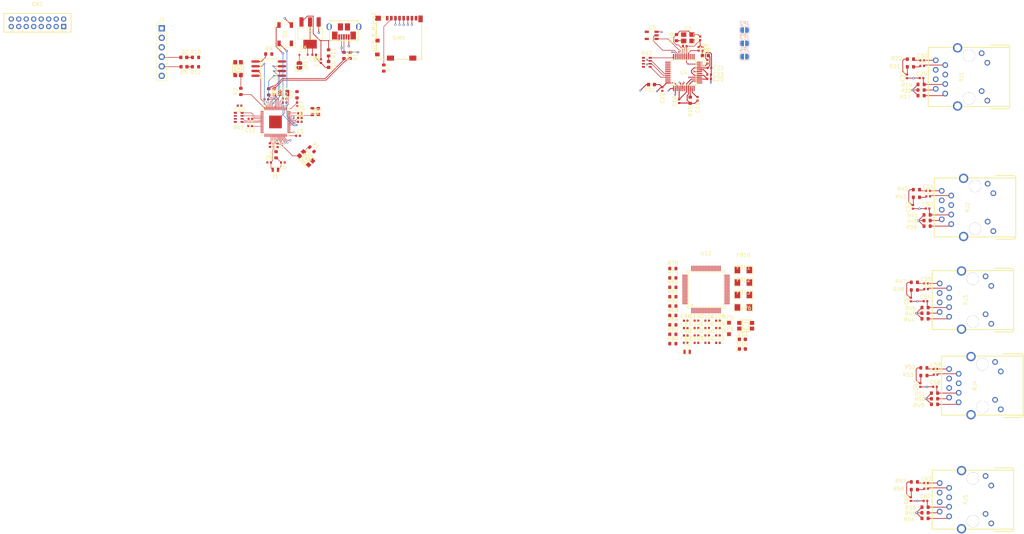
<source format=kicad_pcb>
(kicad_pcb (version 20241229) (generator "pcbnew") (generator_version "9.0")
  (layers (0 "F.Cu" signal) (4 "In1.Cu" signal) (6 "In2.Cu" signal) (2 "B.Cu" signal) (13 "F.Paste" user) (15 "B.Paste" user) (5 "F.SilkS" user "F.Silkscreen") (7 "B.SilkS" user "B.Silkscreen") (1 "F.Mask" user) (3 "B.Mask" user) (25 "Edge.Cuts" user))
  (property "CONFIGURATIONPARAMETERS" "")
  (property "CONFIGURATORNAME" "")
  (property "DESIGNDESCRIPTION" "=DesignDescription")
  (property "DESIGNER" "=ProjectEngineer")
  (property "DOCUMENTFULLPATHANDNAME" "//depot_np_hweng_boards/ung_hweng/UNG_8123_EVB-3_Shasta_KSZ9563 (Boulder_Creek)/A/A0/")
  (property "DOCUMENTNUMBER" "5")
  (property "DRAWNBY" "=ProjectDrawnBy")
  (property "ISUSERCONFIGURABLE" "")
  (property "PAGESETUP" "Record=PageOptions¦CenterHorizontal=True¦CenterVertical=True¦PrintScale=1.02¦XCorrection=1.00¦YCorrection=1.00¦PrintKind=0¦BorderSize=5000000¦LeftOffset=0¦BottomOffset=0¦Orientation=2¦PaperLength=1000¦PaperWidth=1000¦Scale=100¦PaperSource=7¦PrintQuality=600¦MediaType=1¦DitherType=10¦PrintScaleMode=1¦PaperKind=11x17¦PaperIndex=17")
  (property "PAGETITLE" "Board Power I/O and Regulators")
  (property "PARTNUMBER" "=PartNumber")
  (property "PROJECTNAME" "=ProjectName")
  (property "PROJNAME" "=ProjName")
  (property "SHEETTOTAL" "=SheetTotal")
  (property "VERSIONCONTROL_REVNUMBER" "")
  (net 0 "")
  (net 1 "Net-(U1-XIN)")
  (net 2 "Net-(U1-VREG_AVDD)")
  (net 3 "Net-(U4-TOCAP)")
  (net 4 "GNDA")
  (net 5 "Net-(U4-1V2O)")
  (net 6 "Net-(C5-Pad2)")
  (net 7 "TCT")
  (net 8 "GND")
  (net 9 "3v3 Spec")
  (net 10 "VBUS")
  (net 11 "Net-(U4-XO)")
  (net 12 "VDDA")
  (net 13 "Net-(U4-XI{slash}CLKIN)")
  (net 14 "RCT")
  (net 15 "+3V3")
  (net 16 "T1CT")
  (net 17 "Net-(C30-Pad2)")
  (net 18 "Net-(C31-Pad2)")
  (net 19 "RX1M")
  (net 20 "Net-(C55-Pad2)")
  (net 21 "+1V1")
  (net 22 "RX1P")
  (net 23 "R1CT")
  (net 24 "Net-(C51-Pad2)")
  (net 26 "SPI1_RX")
  (net 27 "UART1_RTS")
  (net 29 "SPI1_TX")
  (net 31 "UART1_CTS")
  (net 32 "UART1_TX")
  (net 33 "UART1_RX")
  (net 35 "SPI1_CS1")
  (net 36 "SPI1_SCK")
  (net 37 "RX")
  (net 38 "Net-(C52-Pad2)")
  (net 39 "TX")
  (net 40 "T2CT")
  (net 41 "Net-(D5-K)")
  (net 42 "RX2M")
  (net 43 "NEO_PWR")
  (net 44 "NEOPIX")
  (net 45 "RX2P")
  (net 46 "R2CT")
  (net 47 "T3CT")
  (net 48 "Net-(C56-Pad2)")
  (net 49 "RX3M")
  (net 50 "RX3P")
  (net 51 "SDA1")
  (net 52 "SCL1")
  (net 53 "Net-(C59-Pad2)")
  (net 54 "R3CT")
  (net 55 "Net-(C60-Pad2)")
  (net 56 "T4CT")
  (net 57 "RX4M")
  (net 58 "RX4P")
  (net 59 "Net-(C63-Pad2)")
  (net 60 "Net-(JP2-B)")
  (net 61 "Net-(JP3-B)")
  (net 62 "LED1_0")
  (net 63 "LED1_1")
  (net 64 "LED2_0")
  (net 65 "LED2_1")
  (net 66 "LED3_0")
  (net 67 "R4CT")
  (net 68 "Net-(C64-Pad2)")
  (net 69 "TX1P")
  (net 70 "TX1M")
  (net 71 "TX -")
  (net 72 "TX +")
  (net 73 "SPI0_CSO")
  (net 74 "/Raspberry_pi/D -")
  (net 75 "USB_D-")
  (net 76 "/Raspberry_pi/D +")
  (net 77 "USB_D+")
  (net 78 "/Raspberry_pi/~{USB_BOOT}")
  (net 79 "/Raspberry_pi/ QSPI_CS")
  (net 80 "Net-(D1-A)")
  (net 81 "Net-(D2-K)")
  (net 83 "Net-(D4-A)")
  (net 84 "Net-(D6-K)")
  (net 85 "firm_active")
  (net 86 "YELLOW_LED")
  (net 87 "GREEN_LED")
  (net 88 "LED3_1")
  (net 89 "LED4_1")
  (net 90 "LED4_0")
  (net 91 "Net-(RN2-R4.1)")
  (net 92 "/Raspberry_pi/SCL0")
  (net 93 "/Raspberry_pi/SDA0")
  (net 96 "SPI0_MOSI")
  (net 97 "SPI0_SCK")
  (net 99 "SPI0_MISO")
  (net 105 "/Raspberry_pi/RUN")
  (net 106 "MISO_ETHER")
  (net 107 "Net-(JP4-B)")
  (net 108 "SPI0_CS1")
  (net 109 "RX +")
  (net 110 "RX -")
  (net 111 "Net-(U1-VREG_LX)")
  (net 112 "Net-(R1-Pad1)")
  (net 113 "Net-(U1-XOUT)")
  (net 114 "Net-(U1-USB_DP)")
  (net 115 "Net-(U1-USB_DM)")
  (net 116 "Net-(U4-EXRES1)")
  (net 128 "/Raspberry_pi/QSPI_DATA_3")
  (net 129 "/Raspberry_pi/QSPI_SCK")
  (net 130 "/Raspberry_pi/QSPI_DATA_1")
  (net 131 "/Raspberry_pi/QSPI_DATA_0")
  (net 132 "/Raspberry_pi/QSPI_DATA_2")
  (net 133 "SWDIO")
  (net 134 "WDT_WDI")
  (net 136 "SWCLK")
  (net 147 "TX2P")
  (net 148 "TX2M")
  (net 149 "TX3P")
  (net 150 "TX4P")
  (net 151 "TX4M")
  (net 152 "Net-(R50-Pad1)")
  (net 153 "+1V2")
  (net 154 "VDD12A")
  (net 155 "VDD12D")
  (net 156 "VDD33")
  (net 157 "INTR_N")
  (net 158 "PME_N")
  (net 159 "TXP1")
  (net 160 "RXM2")
  (net 161 "TXM3")
  (net 162 "RXP2")
  (net 163 "TXM2")
  (net 164 "RXP4")
  (net 165 "RXM1")
  (net 166 "TXP3")
  (net 167 "TXP2")
  (net 168 "RXM4")
  (net 169 "RXP3")
  (net 170 "RXP1")
  (net 171 "RXM3")
  (net 172 "TXM4")
  (net 173 "TXM1")
  (net 174 "TXP4")
  (net 175 "VDDAT")
  (net 176 "VDDIO")
  (net 177 "Net-(U12-XO)")
  (net 178 "Net-(U12-XI)")
  (net 179 "Net-(D13-A)")
  (net 180 "Net-(D14-A)")
  (net 181 "Net-(U12-ISET)")
  (net 182 "Net-(U12-RST_N)")
  (net 183 "Net-(U12-SPIS_N)")
  (net 184 "Net-(U12-SDA_MDIO)")
  (net 185 "Net-(U12-SCL_MDC)")
  (net 186 "Net-(U12-REFCLKO)")
  (footprint "Capacitor_SMD:C_0402_1005Metric" (layer "F.Cu") (at 95.2 23.35 180)
    (property "Reference" "C17")
    (property "Value" "22uF")
  )
  (footprint "Resistor_SMD:R_0603_1608Metric" (layer "F.Cu") (at 191.035 80.465)
    (property "Reference" "R78")
    (property "Value" "4.7k")
  )
  (footprint "Capacitor_SMD:C_0402_1005Metric" (layer "F.Cu") (at 259.255 61.19)
    (property "Reference" "C52")
    (property "Value" "22pF")
  )
  (footprint "easyeda2kicad:RJ45-TH_RB1-125BAG1A" (layer "F.Cu") (at 269.24 88.9 90)
    (property "Reference" "RJ3")
    (property "Value" "RB1-125BAG1A")
  )
  (footprint "Capacitor_SMD:C_0402_1005Metric" (layer "F.Cu") (at 258.705 84.45)
    (property "Reference" "C55")
    (property "Value" "22pF")
  )
  (footprint "Resistor_SMD:R_0603_1608Metric" (layer "F.Cu") (at 258.98 69.14 180)
    (property "Reference" "R39")
    (property "Value" "49.9")
  )
  (footprint "Resistor_SMD:R_0603_1608Metric" (layer "F.Cu") (at 255.58 84.15)
    (property "Reference" "R47")
    (property "Value" "49.9")
  )
  (footprint "Resistor_SMD:R_0603_1608Metric" (layer "F.Cu") (at 191.035 85.485)
    (property "Reference" "R80")
    (property "Value" "12.4k")
  )
  (footprint "easyeda2kicad:L1206" (layer "F.Cu") (at 209.895 87.535)
    (property "Reference" "FB12")
    (property "Value" "CBW321609U101T")
  )
  (footprint "Capacitor_SMD:C_0402_1005Metric" (layer "F.Cu") (at 83.172721 52.12333)
    (property "Reference" "C4")
    (property "Value" "15pF")
  )
  (footprint "Capacitor_SMD:C_0402_1005Metric" (layer "F.Cu") (at 197.345 98.355)
    (property "Reference" "C102")
    (property "Value" "22uF")
  )
  (footprint "Capacitor_SMD:C_0402_1005Metric" (layer "F.Cu") (at 90.622721 36.62333 -90)
    (property "Reference" "C7")
    (property "Value" "4.7u")
  )
  (footprint "Resistor_SMD:R_0603_1608Metric" (layer "F.Cu") (at 258.12 107.01)
    (property "Reference" "R52")
    (property "Value" "49.9")
  )
  (footprint "TestPoint:TestPoint_Pad_1.0x1.0mm" (layer "F.Cu") (at 206.045 94.955)
    (property "Reference" "TP5")
    (property "Value" "TestPoint")
  )
  (footprint "Resistor_SMD:R_0603_1608Metric" (layer "F.Cu") (at 254.5275 24.52)
    (property "Reference" "R20")
    (property "Value" "49.9")
  )
  (footprint "easyeda2kicad:KEY-TH_4P-L3.5-W4.9-P2.80-LS4.3" (layer "F.Cu") (at 93.022721 51.02333 -45)
    (property "Reference" "SW2")
    (property "Value" "EVPAA602W")
  )
  (footprint "Capacitor_SMD:C_0402_1005Metric" (layer "F.Cu") (at 259.255 59.69)
    (property "Reference" "C51")
    (property "Value" "22pF")
  )
  (footprint "Resistor_SMD:R_Array_Convex_4x0603" (layer "F.Cu") (at 75.022721 40.07333 180)
    (property "Reference" "RN1")
    (property "Value" "10k")
  )
  (footprint "LED_SMD:LED_0603_1608Metric" (layer "F.Cu") (at 60.4 26.55 180)
    (property "Reference" "D5")
    (property "Value" "LED")
  )
  (footprint "Capacitor_SMD:C_0402_1005Metric" (layer "F.Cu") (at 192.728 35.760127 90)
    (property "Reference" "C19")
    (property "Value" "0.1uF")
  )
  (footprint "easyeda2kicad:SOT-223-3_L6.5-W3.4-P2.30-LS7.0-BR" (layer "F.Cu") (at 94.1 17.55 90)
    (property "Reference" "U2")
    (property "Value" "AZ1117CH-3.3TRG1")
  )
  (footprint "Capacitor_SMD:C_0402_1005Metric" (layer "F.Cu") (at 194.475 98.355)
    (property "Reference" "C98")
    (property "Value" "22uF")
  )
  (footprint "Resistor_SMD:R_0603_1608Metric" (layer "F.Cu") (at 191.035 82.975)
    (property "Reference" "R79")
    (property "Value" "4.7k")
  )
  (footprint "Capacitor_SMD:C_0402_1005Metric" (layer "F.Cu") (at 200.215 100.325)
    (property "Reference" "C107")
    (property "Value" "0.1uF")
  )
  (footprint "Crystal:Crystal_SMD_3225-4Pin_3.2x2.5mm" (layer "F.Cu") (at 195.048 18.790127)
    (property "Reference" "Y2")
    (property "Value" "25MHZ")
  )
  (footprint "Resistor_SMD:R_0603_1608Metric" (layer "F.Cu") (at 254.5275 26.57)
    (property "Reference" "R21")
    (property "Value" "49.9")
  )
  (footprint "Capacitor_SMD:C_0402_1005Metric" (layer "F.Cu") (at 83.372721 47.47333 -90)
    (property "Reference" "C15")
    (property "Value" "100n")
  )
  (footprint "easyeda2kicad:SOT-23-5_L3.0-W1.7-P0.95-LS2.8-BR" (layer "F.Cu") (at 185.378 18.160127)
    (property "Reference" "U5")
    (property "Value" "SN74AHC1G125DBVR")
  )
  (footprint "Resistor_SMD:R_0603_1608Metric" (layer "F.Cu") (at 191.035 95.525)
    (property "Reference" "R84")
    (property "Value" "10k")
  )
  (footprint "Crystal:Crystal_SMD_2012-2Pin_2.0x1.2mm" (layer "F.Cu") (at 194.865 102.735)
    (property "Reference" "Y6")
    (property "Value" "25MHZ")
  )
  (footprint "Resistor_SMD:R_0603_1608Metric" (layer "F.Cu") (at 63.500001 24.05)
    (property "Reference" "R10")
    (property "Value" "1k")
  )
  (footprint "Resistor_SMD:R_0603_1608Metric" (layer "F.Cu") (at 94.572721 48.62333 -45)
    (property "Reference" "R1")
    (property "Value" "1k")
  )
  (footprint "Resistor_SMD:R_0603_1608Metric" (layer "F.Cu") (at 191.035 90.505)
    (property "Reference" "R82")
    (property "Value" "10k")
  )
  (footprint "LED_SMD:LED_0603_1608Metric" (layer "F.Cu") (at 209.615 99.375)
    (property "Reference" "D13")
    (property "Value" "LED")
  )
  (footprint "Resistor_SMD:R_0603_1608Metric" (layer "F.Cu") (at 63.4875 26.55)
    (property "Reference" "R12")
    (property "Value" "1k")
  )
  (footprint "Capacitor_SMD:C_0402_1005Metric" (layer "F.Cu") (at 254.63 88.75 90)
    (property "Reference" "C57")
    (property "Value" "22pF")
  )
  (footprint "Resistor_SMD:R_0603_1608Metric" (layer "F.Cu") (at 260.97 113.76 180)
    (property "Reference" "R51")
    (property "Value" "10")
  )
  (footprint "Capacitor_SMD:C_0402_1005Metric" (layer "F.Cu") (at 91.35 41.25)
    (property "Reference" "C11")
    (property "Value" "100n")
  )
  (footprint "Resistor_SMD:R_0603_1608Metric" (layer "F.Cu") (at 258.43 92.4 180)
    (property "Reference" "R45")
    (property "Value" "49.9")
  )
  (footprint "Capacitor_SMD:C_0402_1005Metric" (layer "F.Cu") (at 200.215 98.355)
    (property "Reference" "C106")
    (property "Value" "22uF")
  )
  (footprint "Capacitor_SMD:C_0402_1005Metric" (layer "F.Cu") (at 253.5775 29.12 90)
    (property "Reference" "C32")
    (property "Value" "22pF")
  )
  (footprint "Resistor_SMD:R_0603_1608Metric" (layer "F.Cu") (at 255.58 139.54)
    (property "Reference" "R58")
    (property "Value" "49.9")
  )
  (footprint "Capacitor_SMD:C_0402_1005Metric" (layer "F.Cu") (at 200.828 26.860127 180)
    (property "Reference" "C21")
    (property "Value" "0.1uF")
  )
  (footprint "Resistor_SMD:R_0603_1608Metric" (layer "F.Cu") (at 195.678 35.510127 90)
    (property "Reference" "R15")
    (property "Value" "12.4k")
  )
  (footprint "easyeda2kicad:LQFP-48_L7.0-W7.0-P0.50-LS9.0-BL" (layer "F.Cu") (at 193.948 28.100127)
    (property "Reference" "U4")
    (property "Value" "W5500")
  )
  (footprint "easyeda2kicad:QFN-60_L7.0-W7.0-P0.40-TL-EP3.4" (layer "F.Cu") (at 84.85 41.3)
    (property "Reference" "U1")
    (property "Value" "RP2350A_C42411118")
  )
  (footprint "Resistor_SMD:R_0603_1608Metric" (layer "F.Cu") (at 104.8 23.5 -90)
    (property "Reference" "R14")
    (property "Value" "22")
  )
  (footprint "Capacitor_SMD:C_0402_1005Metric" (layer "F.Cu") (at 197.628 35.110127 90)
    (property "Reference" "C18")
    (property "Value" "0.1uF")
  )
  (footprint "Capacitor_SMD:C_0402_1005Metric" (layer "F.Cu") (at 261.245 108.81)
    (property "Reference" "C60")
    (property "Value" "22pF")
  )
  (footprint "Capacitor_SMD:C_0402_1005Metric" (layer "F.Cu") (at 257.5025 29.57)
    (property "Reference" "C29")
    (property "Value" "10nf")
  )
  (footprint "Capacitor_SMD:C_0402_1005Metric" (layer "F.Cu") (at 198.328 18.960127 90)
    (property "Reference" "C27")
    (property "Value" "22pF")
  )
  (footprint "Capacitor_SMD:C_0402_1005Metric" (layer "F.Cu") (at 203.085 96.385)
    (property "Reference" "C109")
    (property "Value" "0.1uF")
  )
  (footprint "easyeda2kicad:IND-SMD_L2.0-W1.6_AOTA-B201610S3R3-101-T" (layer "F.Cu") (at 87.022721 33.53833)
    (property "Reference" "L1")
    (property "Value" "3.3u")
  )
  (footprint "Resistor_SMD:R_0603_1608Metric" (layer "F.Cu") (at 75.6 33.145 90)
    (property "Reference" "R2")
    (property "Value" "1k")
  )
  (footprint "Crystal:Crystal_SMD_2012-2Pin_2.0x1.2mm" (layer "F.Cu") (at 84.822721 54.07333 180)
    (property "Reference" "Y1")
    (property "Value" "12MHZ")
  )
  (footprint "Capacitor_SMD:C_0402_1005Metric" (layer "F.Cu") (at 257.6525 24.82)
    (property "Reference" "C30")
    (property "Value" "22pF")
  )
  (footprint "Capacitor_SMD:C_0402_1005Metric" (layer "F.Cu") (at 197.345 94.415)
    (property "Reference" "C100")
    (property "Value" "0.1uF")
  )
  (footprint "Resistor_SMD:R_0603_1608Metric" (layer "F.Cu") (at 258.43 144.24 180)
    (property "Reference" "R56")
    (property "Value" "10")
  )
  (footprint "Resistor_SMD:R_0603_1608Metric" (layer "F.Cu") (at 84.55 33.25 -90)
    (property "Reference" "R6")
    (property "Value" "27")
  )
  (footprint "easyeda2kicad:SIM-SMD_8P-1040310811" (layer "F.Cu") (at 117.85 18.9 180)
    (property "Reference" "SIM1")
    (property "Value" "1040310811")
  )
  (footprint "easyeda2kicad:LQFP-80_L10.0-W10.0-P0.40-LS12.2-BL" (layer "F.Cu") (at 199.9 86.07)
    (property "Reference" "U12")
    (property "Value" "KSZ8795CLXIC")
  )
  (footprint "Resistor_SMD:R_0603_1608Metric" (layer "F.Cu") (at 191.035 100.545)
    (property "Reference" "R86")
    (property "Value" "330")
  )
  (footprint "Resistor_SMD:R_0603_1608Metric" (layer "F.Cu") (at 113.8 26.9 -90)
    (property "Reference" "R7")
    (property "Value" "10k")
  )
  (footprint "Capacitor_SMD:C_0402_1005Metric" (layer "F.Cu") (at 91.35 40.25)
    (property "Reference" "C8")
    (property "Value" "100n")
  )
  (footprint "Capacitor_SMD:C_0402_1005Metric" (layer "F.Cu") (at 203.085 94.415)
    (property "Reference" "C108")
    (property "Value" "0.1uF")
  )
  (footprint "Capacitor_SMD:C_0402_1005Metric" (layer "F.Cu") (at 87.3 35.15)
    (property "Reference" "C2")
    (property "Value" "4.7u")
  )
  (footprint "Resistor_SMD:R_0603_1608Metric" (layer "F.Cu") (at 258.43 93.9 180)
    (property "Reference" "R44")
    (property "Value" "49.9")
  )
  (footprint "Capacitor_SMD:C_0402_1005Metric" (layer "F.Cu") (at 258.555 142.54)
    (property "Reference" "C62")
    (property "Value" "10nf")
  )
  (footprint "Inductor_SMD:L_0603_1608Metric" (layer "F.Cu") (at 185.328 31.310127 180)
    (property "Reference" "FB1")
    (property "Value" "FerriteBead")
  )
  (footprint "Capacitor_SMD:C_0402_1005Metric" (layer "F.Cu") (at 86.822721 52.12333 180)
    (property "Reference" "C5")
    (property "Value" "15pF")
  )
  (footprint "Capacitor_SMD:C_0402_1005Metric" (layer "F.Cu") (at 197.928 21.760127 -90)
    (property "Reference" "C26")
    (property "Value" "0.1uF")
  )
  (footprint "Resistor_SMD:R_0603_1608Metric" (layer "F.Cu") (at 258.43 147.24 180)
    (property "Reference" "R54")
    (property "Value" "49.9")
  )
  (footprint "Capacitor_SMD:C_0402_1005Metric" (layer "F.Cu") (at 259.105 64.44)
    (property "Reference" "C50")
    (property "Value" "10nf")
  )
  (footprint "Resistor_SMD:R_0603_1608Metric" (layer "F.Cu") (at 191.035 87.995)
    (property "Reference" "R81")
    (property "Value" "10k")
  )
  (footprint "Capacitor_SMD:C_0402_1005Metric" (layer "F.Cu") (at 78.146628 40.465614 180)
    (property "Reference" "C3")
    (property "Value" "100n")
  )
  (footprint "Resistor_SMD:R_0603_1608Metric" (layer "F.Cu") (at 90.607443 34.024878 90)
    (property "Reference" "R3")
    (property "Value" "33")
  )
  (footprint "Capacitor_SMD:C_0402_1005Metric" (layer "F.Cu") (at 261.245 107.31)
    (property "Reference" "C59")
    (property "Value" "22pF")
  )
  (footprint "Capacitor_SMD:C_0402_1005Metric" (layer "F.Cu") (at 78.075917 42.374802 180)
    (property "Reference" "C12")
    (property "Value" "100n")
  )
  (footprint "Capacitor_SMD:C_0402_1005Metric" (layer "F.Cu") (at 82.4 35.25 180)
    (property "Reference" "C9")
    (property "Value" "100n")
  )
  (footprint "Resistor_SMD:R_0603_1608Metric" (layer "F.Cu") (at 83.05 33.25 -90)
    (property "Reference" "R5")
    (property "Value" "27")
  )
  (footprint "Capacitor_SMD:C_0402_1005Metric" (layer "F.Cu") (at 91.369525 38.980689)
    (property "Reference" "C14")
    (property "Value" "100n")
  )
  (footprint "Capacitor_SMD:C_0402_1005Metric" (layer "F.Cu") (at 200.215 94.415)
    (property "Reference" "C104")
    (property "Value" "0.1uF")
  )
  (footprint "Capacitor_SMD:C_0402_1005Metric" (layer "F.Cu") (at 197.345 100.325)
    (property "Reference" "C103")
    (property "Value" "0.1uF")
  )
  (footprint "Resistor_SMD:R_0603_1608Metric" (layer "F.Cu") (at 255.58 137.49)
    (property "Reference" "R57")
    (property "Value" "49.9")
  )
  (footprint "Capacitor_SMD:C_0402_1005Metric" (layer "F.Cu") (at 75.25 36.95 180)
    (property "Reference" "C10")
    (property "Value" "100n")
  )
  (footprint "Capacitor_SMD:C_0402_1005Metric" (layer "F.Cu") (at 203.085 98.355)
    (property "Reference" "C110")
    (property "Value" "22uF")
  )
  (footprint "Capacitor_SMD:C_0402_1005Metric" (layer "F.Cu") (at 200.278 25.210127 90)
    (property "Reference" "C24")
    (property "Value" "0.1uF")
  )
  (footprint "Capacitor_SMD:C_0402_1005Metric" (layer "F.Cu") (at 258.555 89.2)
    (property "Reference" "C54")
    (property "Value" "10nf")
  )
  (footprint "Capacitor_SMD:C_0402_1005Metric" (layer "F.Cu") (at 257.6525 26.32)
    (property "Reference" "C31")
    (property "Value" "22pF")
  )
  (footprint "Resistor_SMD:R_0603_1608Metric" (layer "F.Cu") (at 255.58 86.2)
    (property "Reference" "R48")
    (property "Value" "49.9")
  )
  (footprint "easyeda2kicad:MICRO-USB-SMD_5P-P0.65-H-F_105164-0001" (layer "F.Cu") (at 103.15 17.2 -90)
    (property "Reference" "USB_B_Micro1")
    (property "Value" "105164-0001")
  )
  (footprint "easyeda2kicad:RJ45-TH_RB1-125BAG1A" (layer "F.Cu") (at 269.24 142.24 90)
    (property "Reference" "RJ5")
    (property "Value" "RB1-125BAG1A")
  )
  (footprint "Resistor_SMD:R_0603_1608Metric" (layer "F.Cu") (at 257.3775 34.27 180)
    (property "Reference" "R17")
    (property "Value" "49.9")
  )
  (footprint "Capacitor_SMD:C_0402_1005Metric" (layer "F.Cu") (at 194.475 94.415)
    (property "Reference" "C96")
    (property "Value" "22pF")
  )
  (footprint "Capacitor_SMD:C_0402_1005Metric" (layer "F.Cu") (at 194.475 100.325)
    (property "Reference" "C99")
    (property "Value" "0.1uF")
  )
  (footprint "Capacitor_SMD:C_0402_1005Metric" (layer "F.Cu") (at 87.3 36.12333)
    (property "Reference" "C1")
    (property "Value" "4.7u")
  )
  (footprint "Capacitor_SMD:C_0402_1005Metric" (layer "F.Cu") (at 200.215 96.385)
    (property "Reference" "C105")
    (property "Value" "0.1uF")
  )
  (footprint "LED_SMD:LED_WS2812B_PLCC4_5.0x5.0mm_P3.2mm" (layer "F.Cu") (at 87.45 17.85 90)
    (property "Reference" "D3")
    (property "Value" "WS2812B")
  )
  (footprint "LED_SMD:LED_0603_1608Metric" (layer "F.Cu") (at 209.615 101.965)
    (property "Reference" "D14")
    (property "Value" "LED")
  )
  (footprint "Capacitor_SMD:C_0402_1005Metric" (layer "F.Cu") (at 200.728 29.810127 180)
    (property "Reference" "C20")
    (property "Value" "0.1uF")
  )
  (footprint "Capacitor_SMD:C_0402_1005Metric" (layer "F.Cu") (at 261.095 112.06)
    (property "Reference" "C58")
    (property "Value" "10nf")
  )
  (footprint "easyeda2kicad:RJ45-TH_RB1-125BAG1A" (layer "F.Cu") (at 271.78 111.76 90)
    (property "Reference" "RJ4")
    (property "Value" "RB1-125BAG1A")
  )
  (footprint "easyeda2kicad:KEY-TH_4P-L3.5-W4.9-P2.80-LS4.3" (layer "F.Cu") (at 74.85 27.05 90)
    (property "Reference" "SW1")
    (property "Value" "EVPAA602W")
  )
  (footprint "Capacitor_SMD:C_0402_1005Metric" (layer "F.Cu") (at 200.728 28.660127)
    (property "Reference" "C23")
    (property "Value" "10uF")
  )
  (footprint "Resistor_SMD:R_0603_1608Metric" (layer "F.Cu") (at 258.43 145.74 180)
    (property "Reference" "R55")
    (property "Value" "49.9")
  )
  (footprint "easyeda2kicad:RJ45-TH_RB1-125BAG1A" (layer "F.Cu") (at 269.79 64.14 90)
    (property "Reference" "RJ2")
    (property "Value" "RB1-125BAG1A")
  )
  (footprint "Jumper:SolderJumper-2_P1.3mm_Open_RoundedPad1.0x1.5mm" (layer "F.Cu") (at 91.25 26.2 -90)
    (property "Reference" "JP1")
    (property "Value" "SolderJumper_2_Open")
  )
  (footprint "Capacitor_SMD:C_0402_1005Metric" (layer "F.Cu") (at 97 25.05 90)
    (property "Reference" "C16")
    (property "Value" "10uF")
  )
  (footprint "Resistor_SMD:R_0603_1608Metric" (layer "F.Cu") (at 256.13 61.44)
    (property "Reference" "R43")
    (property "Value" "49.9")
  )
  (footprint "Resistor_SMD:R_0603_1608Metric" (layer "F.Cu") (at 258.98 66.14 180)
    (property "Reference" "R41")
    (property "Value" "10")
  )
  (footprint "Capacitor_SMD:C_0402_1005Metric" (layer "F.Cu") (at 85.422721 47.536681 -90)
    (property "Reference" "C6")
    (property "Value" "4.7u")
  )
  (footprint "Capacitor_SMD:C_0402_1005Metric" (layer "F.Cu") (at 197.345 96.385)
    (property "Reference" "C101")
    (property "Value" "0.1uF")
  )
  (footprint "easyeda2kicad:RJ45-TH_RB1-125BAG1A" (layer "F.Cu") (at 268.1875 29.27 90)
    (property "Reference" "RJ1")
    (property "Value" "RB1-125BAG1A")
  )
  (footprint "Resistor_SMD:R_0603_1608Metric" (layer "F.Cu") (at 260.97 115.26 180)
    (property "Reference" "R50")
    (property "Value" "49.9")
  )
  (footprint "Capacitor_SMD:C_0402_1005Metric" (layer "F.Cu") (at 257.17 111.61 90)
    (property "Reference" "C61")
    (property "Value" "22pF")
  )
  (footprint "LED_SMD:LED_0603_1608Metric" (layer "F.Cu") (at 60.35 24.05 180)
    (property "Reference" "D2")
    (property "Value" "LED")
  )
  (footprint "LED_SMD:LED_0603_1608Metric" (layer "F.Cu") (at 96.3 38.5 90)
    (property "Reference" "D1")
    (property "Value" "LED")
  )
  (footprint "Resistor_SMD:R_0603_1608Metric" (layer "F.Cu") (at 258.43 90.9 180)
    (property "Reference" "R46")
    (property "Value" "10")
  )
  (footprint "Resistor_SMD:R_0603_1608Metric" (layer "F.Cu") (at 258.12 109.06)
    (property "Reference" "R53")
    (property "Value" "49.9")
  )
  (footprint "Resistor_SMD:R_0603_1608Metric" (layer "F.Cu") (at 256.13 59.39)
    (property "Reference" "R42")
    (property "Value" "49.9")
  )
  (footprint "easyeda2kicad:L1206" (layer "F.Cu") (at 209.895 90.865)
    (property "Reference" "FB13")
    (property "Value" "CBW321609U101T")
  )
  (footprint "easyeda2kicad:SOIC-8_L5.3-W5.3-P1.27-LS8.0-BL" (layer "F.Cu") (at 83.05 27.05 -90)
    (property "Reference" "U3")
    (property "Value" "W25Q128JVSIQTR")
  )
  (footprint "easyeda2kicad:CONN-TH_DF11-16DP-2DSA-08" (layer "F.Cu") (at 21.25 14.8)
    (property "Reference" "CN1")
    (property "Value" "DF11-16DP-2DSA(08)")
  )
  (footprint "Capacitor_SMD:C_0402_1005Metric" (layer "F.Cu") (at 90.87455 44.991097)
    (property "Reference" "C13")
    (property "Value" "100n")
  )
  (footprint "Resistor_SMD:R_0603_1608Metric" (layer "F.Cu") (at 99.05 22.8375 90)
    (property "Reference" "R11")
    (property "Value" "10k")
  )
  (footprint "Capacitor_SMD:C_0402_1005Metric" (layer "F.Cu") (at 255.18 63.99 90)
    (property "Reference" "C53")
    (property "Value" "22pF")
  )
  (footprint "Resistor_SMD:R_0603_1608Metric" (layer "F.Cu") (at 85.022721 50.07333 90)
    (property "Reference" "R4")
    (property "Value" "1k")
  )
  (footprint "Capacitor_SMD:C_0402_1005Metric" (layer "F.Cu") (at 188.228 32.510127 -90)
    (property "Reference" "C22")
    (property "Value" "10uF")
  )
  (footprint "easyeda2kicad:KEY-TH_4P-L3.5-W4.9-P2.80-LS4.3" (layer "F.Cu") (at 210.495 95.755)
    (property "Reference" "SW6")
    (property "Value" "EVPAA602W")
  )
  (footprint "easyeda2kicad:L1206" (layer "F.Cu") (at 209.895 84.205)
    (property "Reference" "FB11")
    (property "Value" "CBW321609U101T")
  )
  (footprint "Capacitor_SMD:C_0402_1005Metric" (layer "F.Cu") (at 198.928 21.760127 -90)
    (property "Reference" "C25")
    (property "Value" "10uF")
  )
  (footprint "Capacitor_SMD:C_0402_1005Metric" (layer "F.Cu") (at 203.085 100.325)
    (property "Reference" "C111")
    (property "Value" "0.1uF")
  )
  (footprint "Resistor_SMD:R_Array_Convex_4x0603" (layer "F.Cu") (at 184.078 25.360127 180)
    (property "Reference" "RN2")
    (property "Value" "10k")
  )
  (footprint "Capacitor_SMD:C_0402_1005Metric" (layer "F.Cu") (at 258.705 139.29)
    (property "Reference" "C64")
    (property "Value" "22pF")
  )
  (footprint "TestPoint:TestPoint_Pad_1.0x1.0mm" (layer "F.Cu") (at 206.045 98.005)
    (property "Reference" "TP6")
    (property "Value" "TestPoint")
  )
  (footprint "Resistor_SMD:R_0603_1608Metric" (layer "F.Cu") (at 83.05 23.15)
    (property "Reference" "R9")
    (property "Value" "10k")
  )
  (footprint "LED_SMD:LED_0603_1608Metric" (layer "F.Cu") (at 99.05 25.9375 90)
    (property "Reference" "D4")
    (property "Value" "LED")
  )
  (footprint "Capacitor_SMD:C_0402_1005Metric" (layer "F.Cu") (at 194.475 96.385)
    (property "Reference" "C97")
    (property "Value" "22pF")
  )
  (footprint "Connector_PinHeader_2.54mm:PinHeader_1x06_P2.54mm_Vertical" (layer "F.Cu") (at 54.4625 16.28)
    (property "Reference" "J1")
    (property "Value" "Conn_01x06")
  )
  (footprint "Resistor_SMD:R_0603_1608Metric" (layer "F.Cu") (at 94.7 38.5375 -90)
    (property "Reference" "R8")
    (property "Value" "10k")
  )
  (footprint "Capacitor_SMD:C_0402_1005Metric" (layer "F.Cu") (at 258.705 137.79)
    (property "Reference" "C63")
    (property "Value" "22pF")
  )
  (footprint "Resistor_SMD:R_0603_1608Metric" (layer "F.Cu") (at 191.035 93.015)
    (property "Reference" "R83")
    (property "Value" "10k")
  )
  (footprint "Resistor_SMD:R_0603_1608Metric" (layer "F.Cu") (at 191.035 98.035)
    (property "Reference" "R85")
    (property "Value" "330")
  )
  (footprint "Capacitor_SMD:C_0402_1005Metric" (layer "F.Cu") (at 258.705 85.95)
    (property "Reference" "C56")
    (property "Value" "22pF")
  )
  (footprint "Diode_SMD:D_SOD-323F" (layer "F.Cu") (at 92.35 23.35)
    (property "Reference" "D6")
    (property "Value" "D")
  )
  (footprint "Resistor_SMD:R_0603_1608Metric" (layer "F.Cu") (at 257.3775 32.77 180)
    (property "Reference" "R18")
    (property "Value" "49.9")
  )
  (footprint "Resistor_SMD:R_0603_1608Metric" (layer "F.Cu") (at 103.15 23.525 -90)
    (property "Reference" "R13")
    (property "Value" "22")
  )
  (footprint "Resistor_SMD:R_0603_1608Metric" (layer "F.Cu") (at 260.97 116.76 180)
    (property "Reference" "R49")
    (property "Value" "49.9")
  )
  (footprint "Resistor_SMD:R_0603_1608Metric" (layer "F.Cu") (at 257.3775 31.27 180)
    (property "Reference" "R19")
    (property "Value" "10")
  )
  (footprint "Capacitor_SMD:C_0402_1005Metric" (layer "F.Cu") (at 254.63 142.09 90)
    (property "Reference" "C65")
    (property "Value" "22pF")
  )
  (footprint "Inductor_SMD:L_0603_1608Metric" (layer "F.Cu") (at 199.728 23.560127)
    (property "Reference" "FB2")
    (property "Value" "FerriteBead")
  )
  (footprint "Capacitor_SMD:C_0402_1005Metric" (layer "F.Cu") (at 194.228 21.060127 180)
    (property "Reference" "C28")
    (property "Value" "22pF")
  )
  (footprint "easyeda2kicad:L1206" (layer "F.Cu") (at 209.895 80.875)
    (property "Reference" "FB10")
    (property "Value" "CBW321609U101T")
  )
  (footprint "Resistor_SMD:R_0603_1608Metric" (layer "F.Cu") (at 192.028 18.760127 90)
    (property "Reference" "R16")
    (property "Value" "1M")
  )
  (footprint "Resistor_SMD:R_0603_1608Metric" (layer "F.Cu") (at 258.98 67.64 180)
    (property "Reference" "R40")
    (property "Value" "49.9")
  )
  (footprint "Jumper:SolderJumper-2_P1.3mm_Open_RoundedPad1.0x1.5mm" (layer "B.Cu") (at 210.2 20.3 180)
    (property "Reference" "JP3")
    (property "Value" "SolderJumper_2_Open")
  )
  (footprint "Jumper:SolderJumper-2_P1.3mm_Open_RoundedPad1.0x1.5mm" (layer "B.Cu") (at 210.2 16.75 180)
    (property "Reference" "JP2")
    (property "Value" "SolderJumper_2_Open")
  )
  (footprint "Jumper:SolderJumper-2_P1.3mm_Open_RoundedPad1.0x1.5mm" (layer "B.Cu") (at 210.2 23.85 180)
    (property "Reference" "JP4")
    (property "Value" "SolderJumper_2_Open")
  )
  (segment (start 83.652721 53.60333) (end 84.122721 54.07333) (width 0.127) (layer "F.Cu") (net 1))
  (segment (start 83.652721 52.12333) (end 83.652721 53.60333) (width 0.127) (layer "F.Cu") (net 1))
  (segment (start 84.05 44.87) (end 84.05 51.726051) (width 0.127) (layer "F.Cu") (net 1))
  (segment (start 84.05 51.726051) (end 83.652721 52.12333) (width 0.127) (layer "F.Cu") (net 1))
  (segment (start 90.607443 34.849878) (end 90.607443 36.128052) (width 0.127) (layer "F.Cu") (net 2))
  (segment (start 90.607443 36.128052) (end 90.622721 36.14333) (width 0.127) (layer "F.Cu") (net 2))
  (segment (start 87.65 37.73) (end 89.036051 37.73) (width 0.127) (layer "F.Cu") (net 2))
  (segment (start 89.036051 37.73) (end 90.622721 36.14333) (width 0.127) (layer "F.Cu") (net 2))
  (segment (start 200.248 28.660127) (end 200.248 28.350128) (width 0.254) (layer "F.Cu") (net 3))
  (segment (start 200.248 28.350128) (end 199.247999 27.350127) (width 0.254) (layer "F.Cu") (net 3))
  (segment (start 199.247999 27.350127) (end 198.198 27.350127) (width 0.254) (layer "F.Cu") (net 3))
  (segment (start 195.198 32.350127) (end 195.198 33.937881) (width 0.254) (layer "F.Cu") (net 4))
  (segment (start 198.198 29.350127) (end 195.438 29.350127) (width 0.254) (layer "F.Cu") (net 4))
  (segment (start 196.668 27.850127) (end 196.628 27.810127) (width 0.254) (layer "F.Cu") (net 4))
  (segment (start 195.678 36.335127) (end 196.883 36.335127) (width 0.254) (layer "F.Cu") (net 4))
  (segment (start 191.467781 30.850127) (end 192.198 31.580346) (width 0.254) (layer "F.Cu") (net 4))
  (segment (start 195.198 32.350127) (end 195.198 31.490127) (width 0.254) (layer "F.Cu") (net 4))
  (segment (start 260.615 112.06) (end 258.97 112.06) (width 0.2) (layer "F.Cu") (net 4))
  (segment (start 258.075 89.2) (end 256.43 89.2) (width 0.2) (layer "F.Cu") (net 4))
  (segment (start 258.075 142.54) (end 256.43 142.54) (width 0.2) (layer "F.Cu") (net 4))
  (segment (start 257.0225 29.57) (end 255.3775 29.57) (width 0.2) (layer "F.Cu") (net 4))
  (segment (start 258.625 64.44) (end 256.98 64.44) (width 0.2) (layer "F.Cu") (net 4))
  (segment (start 257.17 112.09) (end 258.9 112.09) (width 0.2) (layer "F.Cu") (net 4))
  (segment (start 254.63 89.23) (end 256.36 89.23) (width 0.2) (layer "F.Cu") (net 4))
  (segment (start 254.63 142.57) (end 256.36 142.57) (width 0.2) (layer "F.Cu") (net 4))
  (segment (start 253.5775 29.6) (end 255.3075 29.6) (width 0.2) (layer "F.Cu") (net 4))
  (segment (start 255.18 64.47) (end 256.91 64.47) (width 0.2) (layer "F.Cu") (net 4))
  (segment (start 258.9 112.09) (end 258.92 112.11) (width 0.2) (layer "F.Cu") (net 4))
  (segment (start 256.36 89.23) (end 256.38 89.25) (width 0.2) (layer "F.Cu") (net 4))
  (segment (start 256.36 142.57) (end 256.38 142.59) (width 0.2) (layer "F.Cu") (net 4))
  (segment (start 255.3075 29.6) (end 255.3275 29.62) (width 0.2) (layer "F.Cu") (net 4))
  (segment (start 256.91 64.47) (end 256.93 64.49) (width 0.2) (layer "F.Cu") (net 4))
  (segment (start 201.208 30.780127) (end 201.178 30.810127) (width 0.254) (layer "F.Cu") (net 4))
  (segment (start 199.75 24.202127) (end 200.278 24.730127) (width 0.254) (layer "F.Cu") (net 4))
  (segment (start 201.371 23.161345) (end 200.966782 22.757127) (width 0.254) (layer "F.Cu") (net 4))
  (segment (start 192.728 36.240127) (end 195.583 36.240127) (width 0.254) (layer "F.Cu") (net 4))
  (segment (start 201.308 28.560127) (end 201.208 28.660127) (width 0.254) (layer "F.Cu") (net 4))
  (segment (start 201.208 29.810127) (end 201.208 30.780127) (width 0.254) (layer "F.Cu") (net 4))
  (segment (start 196.338 30.350127) (end 196.078 30.610127) (width 0.254) (layer "F.Cu") (net 4))
  (segment (start 199.75 23.071345) (end 199.75 24.202127) (width 0.254) (layer "F.Cu") (net 4))
  (segment (start 195.438 29.350127) (end 195.378 29.410127) (width 0.254) (layer "F.Cu") (net 4))
  (segment (start 195.583 36.240127) (end 195.678 36.335127) (width 0.254) (layer "F.Cu") (net 4))
  (segment (start 201.308 26.860127) (end 201.308 28.560127) (width 0.254) (layer "F.Cu") (net 4))
  (segment (start 186.1155 31.310127) (end 187.508 31.310127) (width 0.254) (layer "F.Cu") (net 4))
  (segment (start 200.064218 22.757127) (end 199.75 23.071345) (width 0.254) (layer "F.Cu") (net 4))
  (segment (start 196.883 36.335127) (end 197.628 35.590127) (width 0.254) (layer "F.Cu") (net 4))
  (segment (start 189.698 30.850127) (end 189.408 30.850127) (width 0.254) (layer "F.Cu") (net 4))
  (segment (start 195.198 31.490127) (end 196.078 30.610127) (width 0.254) (layer "F.Cu") (net 4))
  (segment (start 189.408 30.850127) (end 188.228 32.030127) (width 0.254) (layer "F.Cu") (net 4))
  (segment (start 201.371 26.797127) (end 201.371 23.161345) (width 0.254) (layer "F.Cu") (net 4))
  (segment (start 192.198 31.580346) (end 192.198 32.350127) (width 0.254) (layer "F.Cu") (net 4))
  (segment (start 198.198 27.850127) (end 196.668 27.850127) (width 0.254) (layer "F.Cu") (net 4))
  (segment (start 187.508 31.310127) (end 188.228 32.030127) (width 0.254) (layer "F.Cu") (net 4))
  (segment (start 187.858 32.030127) (end 186.778 33.110127) (width 0.254) (layer "F.Cu") (net 4))
  (segment (start 201.308 26.860127) (end 201.371 26.797127) (width 0.254) (layer "F.Cu") (net 4))
  (segment (start 200.966782 22.757127) (end 200.064218 22.757127) (width 0.254) (layer "F.Cu") (net 4))
  (segment (start 258.97 112.06) (end 258.92 112.11) (width 0.2) (layer "F.Cu") (net 4))
  (segment (start 256.43 89.2) (end 256.38 89.25) (width 0.2) (layer "F.Cu") (net 4))
  (segment (start 256.43 142.54) (end 256.38 142.59) (width 0.2) (layer "F.Cu") (net 4))
  (segment (start 255.3775 29.57) (end 255.3275 29.62) (width 0.2) (layer "F.Cu") (net 4))
  (segment (start 256.98 64.44) (end 256.93 64.49) (width 0.2) (layer "F.Cu") (net 4))
  (segment (start 194.875 35.532127) (end 195.678 36.335127) (width 0.254) (layer "F.Cu") (net 4))
  (segment (start 198.198 30.350127) (end 196.338 30.350127) (width 0.254) (layer "F.Cu") (net 4))
  (segment (start 201.208 28.660127) (end 201.208 29.810127) (width 0.254) (layer "F.Cu") (net 4))
  (segment (start 194.875 34.260881) (end 194.875 35.532127) (width 0.254) (layer "F.Cu") (net 4))
  (segment (start 195.198 33.937881) (end 194.875 34.260881) (width 0.254) (layer "F.Cu") (net 4))
  (segment (start 188.228 32.030127) (end 187.858 32.030127) (width 0.254) (layer "F.Cu") (net 4))
  (segment (start 189.698 30.850127) (end 191.467781 30.850127) (width 0.254) (layer "F.Cu") (net 4))
  (via (at 196.078 30.610127) (size 0.46) (drill 0.2) (layers "F.Cu" "B.Cu") (net 4))
  (via (at 255.3275 29.62) (size 0.6) (drill 0.3) (layers "F.Cu" "B.Cu") (net 4))
  (via (at 256.38 142.59) (size 0.6) (drill 0.3) (layers "F.Cu" "B.Cu") (net 4))
  (via (at 258.92 112.11) (size 0.6) (drill 0.3) (layers "F.Cu" "B.Cu") (net 4))
  (via (at 256.93 64.49) (size 0.6) (drill 0.3) (layers "F.Cu" "B.Cu") (net 4))
  (via (at 256.38 89.25) (size 0.6) (drill 0.3) (layers "F.Cu" "B.Cu") (net 4))
  (via (at 186.778 33.110127) (size 0.46) (drill 0.2) (layers "F.Cu" "B.Cu") (net 4))
  (via (at 201.178 30.810127) (size 0.46) (drill 0.2) (layers "F.Cu" "B.Cu") (net 4))
  (via (at 196.628 27.810127) (size 0.46) (drill 0.2) (layers "F.Cu" "B.Cu") (net 4))
  (via (at 195.378 29.410127) (size 0.46) (drill 0.2) (layers "F.Cu" "B.Cu") (net 4))
  (segment (start 199.618 26.350127) (end 198.198 26.350127) (width 0.254) (layer "F.Cu") (net 5))
  (segment (start 200.278 25.690127) (end 199.618 26.350127) (width 0.254) (layer "F.Cu") (net 5))
  (segment (start 85.022721 50.89833) (end 85.117721 50.89833) (width 0.127) (layer "F.Cu") (net 6))
  (segment (start 86.342721 53.25333) (end 85.522721 54.07333) (width 0.127) (layer "F.Cu") (net 6))
  (segment (start 86.342721 52.12333) (end 86.342721 53.25333) (width 0.127) (layer "F.Cu") (net 6))
  (segment (start 85.117721 50.89833) (end 86.342721 52.12333) (width 0.127) (layer "F.Cu") (net 6))
  (segment (start 257.9825 31.05) (end 258.2025 31.27) (width 0.2) (layer "F.Cu") (net 7))
  (segment (start 257.9825 29.57) (end 257.9825 31.05) (width 0.2) (layer "F.Cu") (net 7))
  (segment (start 258.2025 31.27) (end 263.7275 31.27) (width 0.2) (layer "F.Cu") (net 7))
  (segment (start 263.7275 31.27) (end 263.8275 31.17) (width 0.2) (layer "F.Cu") (net 7))
  (segment (start 87.25 38.9) (end 84.85 41.3) (width 0.127) (layer "F.Cu") (net 8))
  (segment (start 87.25 37.73) (end 87.25 38.9) (width 0.127) (layer "F.Cu") (net 8))
  (segment (start 198.728 21.280127) (end 198.328 20.880127) (width 0.2) (layer "F.Cu") (net 8))
  (segment (start 198.328 19.440127) (end 198.408 19.440127) (width 0.2) (layer "F.Cu") (net 8))
  (segment (start 194.708 23.840127) (end 194.698 23.850127) (width 0.1524) (layer "F.Cu") (net 8))
  (segment (start 120.21 15.26) (end 120.25 15.3) (width 0.1524) (layer "F.Cu") (net 8))
  (segment (start 198.328 19.440127) (end 198.328 20.880127) (width 0.2) (layer "F.Cu") (net 8))
  (segment (start 186.678 17.210127) (end 188.028 17.210127) (width 0.1524) (layer "F.Cu") (net 8))
  (segment (start 195.118 25.850127) (end 195.028 25.760127) (width 0.2) (layer "F.Cu") (net 8))
  (segment (start 198.408 19.440127) (end 198.428 19.460127) (width 0.2) (layer "F.Cu") (net 8))
  (segment (start 96.4 17.4) (end 96.45 17.45) (width 0.2) (layer "F.Cu") (net 8))
  (segment (start 96.4 14.58) (end 96.4 17.4) (width 0.2) (layer "F.Cu") (net 8))
  (segment (start 198.928 21.280127) (end 198.728 21.280127) (width 0.2) (layer "F.Cu") (net 8))
  (segment (start 87.35 13.65) (end 87.35 13.6) (width 0.2) (layer "F.Cu") (net 8))
  (segment (start 196.708 21.060127) (end 194.708 21.060127) (width 0.1524) (layer "F.Cu") (net 8))
  (segment (start 198.328 19.440127) (end 196.708 21.060127) (width 0.1524) (layer "F.Cu") (net 8))
  (segment (start 198.328 20.880127) (end 197.928 21.280127) (width 0.2) (layer "F.Cu") (net 8))
  (segment (start 194.708 21.060127) (end 194.708 23.840127) (width 0.1524) (layer "F.Cu") (net 8))
  (segment (start 198.198 25.850127) (end 195.118 25.850127) (width 0.2) (layer "F.Cu") (net 8))
  (segment (start 184.5405 31.310127) (end 183.928 31.310127) (width 0.254) (layer "F.Cu") (net 8))
  (segment (start 120.21 13.56) (end 120.21 15.26) (width 0.1524) (layer "F.Cu") (net 8))
  (segment (start 188.028 17.210127) (end 188.128 17.310127) (width 0.1524) (layer "F.Cu") (net 8))
  (segment (start 89.1 15.4) (end 87.35 13.65) (width 0.2) (layer "F.Cu") (net 8))
  (segment (start 104.45 18.55) (end 104.45 21.05) (width 0.2) (layer "F.Cu") (net 8))
  (segment (start 98.195 26.725) (end 97 25.53) (width 0.2) (layer "F.Cu") (net 8))
  (segment (start 194.698 25.430127) (end 195.028 25.760127) (width 0.2) (layer "F.Cu") (net 8))
  (segment (start 95.68 23.35) (end 95.68 24.21) (width 0.2) (layer "F.Cu") (net 8))
  (segment (start 183.928 31.310127) (end 182.328 32.910127) (width 0.254) (layer "F.Cu") (net 8))
  (segment (start 99.05 26.725) (end 98.195 26.725) (width 0.2) (layer "F.Cu") (net 8))
  (segment (start 95.68 24.21) (end 97 25.53) (width 0.2) (layer "F.Cu") (net 8))
  (segment (start 194.698 23.850127) (end 194.698 25.430127) (width 0.2) (layer "F.Cu") (net 8))
  (via (at 195.028 25.760127) (size 0.46) (drill 0.2) (layers "F.Cu" "B.Cu") (net 8))
  (via (at 182.328 32.910127) (size 0.46) (drill 0.2) (layers "F.Cu" "B.Cu") (net 8))
  (via (at 96.45 17.45) (size 0.6) (drill 0.3) (layers "F.Cu" "B.Cu") (net 8))
  (via (at 120.25 15.3) (size 0.56) (drill 0.3) (layers "F.Cu" "B.Cu") (net 8))
  (via (at 188.128 17.310127) (size 0.46) (drill 0.2) (layers "F.Cu" "B.Cu") (net 8))
  (via (at 104.45 21.05) (size 0.6) (drill 0.3) (layers "F.Cu" "B.Cu") (net 8))
  (via (at 87.35 13.6) (size 0.6) (drill 0.3) (layers "F.Cu" "B.Cu") (net 8))
  (segment (start 94.1 14.58) (end 94.1 20.52) (width 0.2) (layer "F.Cu") (net 9))
  (segment (start 94.72 23.35) (end 94.72 21.14) (width 0.2) (layer "F.Cu") (net 9))
  (segment (start 93.45 23.35) (end 93.45 21.17) (width 0.1524) (layer "F.Cu") (net 9))
  (segment (start 94.72 21.14) (end 94.1 20.52) (width 0.2) (layer "F.Cu") (net 9))
  (segment (start 93.45 21.17) (end 94.1 20.52) (width 0.1524) (layer "F.Cu") (net 9))
  (segment (start 96.771 19.551) (end 94.951 17.731) (width 0.2) (layer "F.Cu") (net 10))
  (segment (start 97.05 19.551) (end 96.771 19.551) (width 0.2) (layer "F.Cu") (net 10))
  (segment (start 99.05 22.0125) (end 99.05 19.601) (width 0.2) (layer "F.Cu") (net 10))
  (segment (start 97 19.601) (end 97.05 19.551) (width 0.2) (layer "F.Cu") (net 10))
  (segment (start 99.05 19.601) (end 99.1 19.551) (width 0.2) (layer "F.Cu") (net 10))
  (segment (start 97 24.57) (end 97 19.601) (width 0.2) (layer "F.Cu") (net 10))
  (segment (start 101.85 19.44) (end 101.739 19.551) (width 0.2) (layer "F.Cu") (net 10))
  (segment (start 99.1 19.551) (end 97.05 19.551) (width 0.2) (layer "F.Cu") (net 10))
  (segment (start 93.351 13.029) (end 91.8 14.58) (width 0.2) (layer "F.Cu") (net 10))
  (segment (start 101.739 19.551) (end 99.1 19.551) (width 0.2) (layer "F.Cu") (net 10))
  (segment (start 94.951 13.029) (end 93.351 13.029) (width 0.2) (layer "F.Cu") (net 10))
  (segment (start 101.85 18.55) (end 101.85 19.44) (width 0.2) (layer "F.Cu") (net 10))
  (segment (start 94.951 17.731) (end 94.951 13.029) (width 0.2) (layer "F.Cu") (net 10))
  (segment (start 193.178 21.360127) (end 192.528 20.710127) (width 0.1524) (layer "F.Cu") (net 11))
  (segment (start 196.148 17.940127) (end 197.788 17.940127) (width 0.2) (layer "F.Cu") (net 11))
  (segment (start 191.2758 19.988331) (end 191.2758 18.687327) (width 0.1524) (layer "F.Cu") (net 11))
  (segment (start 197.788 17.940127) (end 198.328 18.480127) (width 0.2) (layer "F.Cu") (net 11))
  (segment (start 193.698 21.914017) (end 193.178 21.394017) (width 0.1524) (layer "F.Cu") (net 11))
  (segment (start 192.528 20.710127) (end 191.997596 20.710127) (width 0.1524) (layer "F.Cu") (net 11))
  (segment (start 192.028 17.935127) (end 192.924 17.039127) (width 0.2) (layer "F.Cu") (net 11))
  (segment (start 191.997596 20.710127) (end 191.2758 19.988331) (width 0.1524) (layer "F.Cu") (net 11))
  (segment (start 191.2758 18.687327) (end 192.028 17.935127) (width 0.1524) (layer "F.Cu") (net 11))
  (segment (start 193.698 23.850127) (end 193.698 21.914017) (width 0.1524) (layer "F.Cu") (net 11))
  (segment (start 193.178 21.394017) (end 193.178 21.360127) (width 0.1524) (layer "F.Cu") (net 11))
  (segment (start 195.247 17.039127) (end 196.148 17.940127) (width 0.2) (layer "F.Cu") (net 11))
  (segment (start 192.924 17.039127) (end 195.247 17.039127) (width 0.2) (layer "F.Cu") (net 11))
  (segment (start 196 28.070254) (end 196 27.55) (width 0.254) (layer "F.Cu") (net 12))
  (segment (start 198.208 26.860127) (end 198.198 26.850127) (width 0.254) (layer "F.Cu") (net 12))
  (segment (start 196.198 33.354127) (end 197.474 34.630127) (width 0.254) (layer "F.Cu") (net 12))
  (segment (start 192.728 35.280127) (end 192.728 32.380127) (width 0.254) (layer "F.Cu") (net 12))
  (segment (start 199.288 28.850127) (end 198.198 28.850127) (width 0.254) (layer "F.Cu") (net 12))
  (segment (start 196 27.55) (end 196.699873 26.850127) (width 0.254) (layer "F.Cu") (net 12))
  (segment (start 196.699873 26.850127) (end 198.198 26.850127) (width 0.254) (layer "F.Cu") (net 12))
  (segment (start 257.605 144.24) (end 256.105 145.74) (width 0.2) (layer "F.Cu") (net 12))
  (segment (start 260.145 113.76) (end 258.645 115.26) (width 0.2) (layer "F.Cu") (net 12))
  (segment (start 256.5525 31.27) (end 255.0525 32.77) (width 0.2) (layer "F.Cu") (net 12))
  (segment (start 258.155 66.14) (end 256.655 67.64) (width 0.2) (layer "F.Cu") (net 12))
  (segment (start 257.605 90.9) (end 256.105 92.4) (width 0.2) (layer "F.Cu") (net 12))
  (segment (start 197.474 34.630127) (end 197.628 34.630127) (width 0.254) (layer "F.Cu") (net 12))
  (segment (start 200.348 26.860127) (end 198.208 26.860127) (width 0.254) (layer "F.Cu") (net 12))
  (segment (start 200.916 23.960627) (end 200.916 26.276395) (width 0.254) (layer "F.Cu") (net 12))
  (segment (start 200.916 26.276395) (end 200.348 26.844395) (width 0.254) (layer "F.Cu") (net 12))
  (segment (start 194.698 31.102) (end 194.698 32.350127) (width 0.254) (layer "F.Cu") (net 12))
  (segment (start 200.5155 23.560127) (end 200.916 23.960627) (width 0.254) (layer "F.Cu") (net 12))
  (segment (start 200.348 26.844395) (end 200.348 26.860127) (width 0.254) (layer "F.Cu") (net 12))
  (segment (start 198.198 28.850127) (end 196.779873 28.850127) (width 0.254) (layer "F.Cu") (net 12))
  (segment (start 196.198 32.350127) (end 196.198 33.354127) (width 0.254) (layer "F.Cu") (net 12))
  (segment (start 192.728 32.380127) (end 192.698 32.350127) (width 0.254) (layer "F.Cu") (net 12))
  (segment (start 257.605 147.24) (end 256.105 145.74) (width 0.2) (layer "F.Cu") (net 12))
  (segment (start 260.145 116.76) (end 258.645 115.26) (width 0.2) (layer "F.Cu") (net 12))
  (segment (start 256.5525 34.27) (end 255.0525 32.77) (width 0.2) (layer "F.Cu") (net 12))
  (segment (start 257.605 93.9) (end 256.105 92.4) (width 0.2) (layer "F.Cu") (net 12))
  (segment (start 258.155 69.14) (end 256.655 67.64) (width 0.2) (layer "F.Cu") (net 12))
  (segment (start 194.698 33.310127) (end 194.698 32.350127) (width 0.254) (layer "F.Cu") (net 12))
  (segment (start 195.949873 29.850127) (end 194.698 31.102) (width 0.254) (layer "F.Cu") (net 12))
  (segment (start 192.728 35.280127) (end 194.698 33.310127) (width 0.254) (layer "F.Cu") (net 12))
  (segment (start 200.208 29.850127) (end 198.198 29.850127) (width 0.254) (layer "F.Cu") (net 12))
  (segment (start 200.248 29.810127) (end 199.288 28.850127) (width 0.254) (layer "F.Cu") (net 12))
  (segment (start 257.605 145.74) (end 256.105 145.74) (width 0.2) (layer "F.Cu") (net 12))
  (segment (start 260.145 115.26) (end 258.645 115.26) (width 0.2) (layer "F.Cu") (net 12))
  (segment (start 256.5525 32.77) (end 255.0525 32.77) (width 0.2) (layer "F.Cu") (net 12))
  (segment (start 258.155 67.64) (end 256.655 67.64) (width 0.2) (layer "F.Cu") (net 12))
  (segment (start 257.605 92.4) (end 256.105 92.4) (width 0.2) (layer "F.Cu") (net 12))
  (segment (start 198.198 29.850127) (end 195.949873 29.850127) (width 0.254) (layer "F.Cu") (net 12))
  (segment (start 200.248 29.810127) (end 200.208 29.850127) (width 0.254) (layer "F.Cu") (net 12))
  (segment (start 196.779873 28.850127) (end 196 28.070254) (width 0.254) (layer "F.Cu") (net 12))
  (via (at 255.0525 32.77) (size 0.6) (drill 0.3) (layers "F.Cu" "B.Cu") (net 12))
  (via (at 258.645 115.26) (size 0.6) (drill 0.3) (layers "F.Cu" "B.Cu") (net 12))
  (via (at 256.105 145.74) (size 0.6) (drill 0.3) (layers "F.Cu" "B.Cu") (net 12))
  (via (at 256.655 67.64) (size 0.6) (drill 0.3) (layers "F.Cu" "B.Cu") (net 12))
  (via (at 256.105 92.4) (size 0.6) (drill 0.3) (layers "F.Cu" "B.Cu") (net 12))
  (segment (start 192.028 19.585127) (end 193.893 19.585127) (width 0.2) (layer "F.Cu") (net 13))
  (segment (start 194.198 23.850127) (end 194.198 21.510127) (width 0.1524) (layer "F.Cu") (net 13))
  (segment (start 193.893 19.585127) (end 193.948 19.640127) (width 0.2) (layer "F.Cu") (net 13))
  (segment (start 193.748 21.060127) (end 193.748 19.840127) (width 0.1524) (layer "F.Cu") (net 13))
  (segment (start 194.198 21.510127) (end 193.748 21.060127) (width 0.1524) (layer "F.Cu") (net 13))
  (segment (start 193.748 19.840127) (end 193.948 19.640127) (width 0.1524) (layer "F.Cu") (net 13))
  (segment (start 253.7025 28.515) (end 253.5775 28.64) (width 0.2) (layer "F.Cu") (net 14))
  (segment (start 252.8275 24.52) (end 252.4775 24.87) (width 0.2) (layer "F.Cu") (net 14))
  (segment (start 253.3475 28.64) (end 253.5775 28.64) (width 0.2) (layer "F.Cu") (net 14))
  (segment (start 253.7025 24.52) (end 252.8275 24.52) (width 0.2) (layer "F.Cu") (net 14))
  (segment (start 252.4775 27.77) (end 253.3475 28.64) (width 0.2) (layer "F.Cu") (net 14))
  (segment (start 253.7025 26.57) (end 253.7025 28.515) (width 0.2) (layer "F.Cu") (net 14))
  (segment (start 252.4775 24.87) (end 252.4775 27.77) (width 0.2) (layer "F.Cu") (net 14))
  (segment (start 90.82 41.3) (end 88.43 41.3) (width 0.1524) (layer "F.Cu") (net 15))
  (segment (start 90.808835 38.899999) (end 90.889525 38.980689) (width 0.127) (layer "F.Cu") (net 15))
  (segment (start 198.9405 23.560127) (end 198.9405 22.252627) (width 0.2) (layer "F.Cu") (net 15))
  (segment (start 83.65 44.87) (end 83.65 46.716051) (width 0.127) (layer "F.Cu") (net 15))
  (segment (start 195.198 22.900127) (end 195.198 23.850127) (width 0.2) (layer "F.Cu") (net 15))
  (segment (start 81.270001 42.499999) (end 78.681114 42.499999) (width 0.127) (layer "F.Cu") (net 15))
  (segment (start 90.87 41.25) (end 90.82 41.3) (width 0.1524) (layer "F.Cu") (net 15))
  (segment (start 84.85 37) (end 84.85 37.73) (width 0.1524) (layer "F.Cu") (net 15))
  (segment (start 84.85 35.399784) (end 84.85 37) (width 0.1524) (layer "F.Cu") (net 15))
  (segment (start 84.45 37.4) (end 84.85 37) (width 0.1524) (layer "F.Cu") (net 15))
  (segment (start 118.01 15.34) (end 118 15.35) (width 0.1524) (layer "F.Cu") (net 15))
  (segment (start 84.45 37.73) (end 84.45 37.4) (width 0.1524) (layer "F.Cu") (net 15))
  (segment (start 86.82 36.12333) (end 86.45 36.49333) (width 0.127) (layer "F.Cu") (net 15))
  (segment (start 88.430001 38.899999) (end 90.808835 38.899999) (width 0.127) (layer "F.Cu") (net 15))
  (segment (start 83.65 46.716051) (end 83.372721 46.99333) (width 0.127) (layer "F.Cu") (net 15))
  (segment (start 195.858 22.240127) (end 195.198 22.900127) (width 0.2) (layer "F.Cu") (net 15))
  (segment (start 198.9405 22.252627) (end 198.928 22.240127) (width 0.2) (layer "F.Cu") (net 15))
  (segment (start 197.928 22.240127) (end 195.858 22.240127) (width 0.2) (layer "F.Cu") (net 15))
  (segment (start 82.88 35.25) (end 84.700216 35.25) (width 0.1524) (layer "F.Cu") (net 15))
  (segment (start 78.681114 42.499999) (end 78.555917 42.374802) (width 0.127) (layer "F.Cu") (net 15))
  (segment (start 87.65 44.869999) (end 87.771098 44.991097) (width 0.127) (layer "F.Cu") (net 15))
  (segment (start 118.01 13.56) (end 118.01 15.34) (width 0.1524) (layer "F.Cu") (net 15))
  (segment (start 86.45 36.49333) (end 86.45 37.73) (width 0.127) (layer "F.Cu") (net 15))
  (segment (start 84.43 37.71) (end 84.45 37.73) (width 0.1524) (layer "F.Cu") (net 15))
  (segment (start 87.771098 44.991097) (end 90.39455 44.991097) (width 0.127) (layer "F.Cu") (net 15))
  (segment (start 84.700216 35.25) (end 84.85 35.399784) (width 0.1524) (layer "F.Cu") (net 15))
  (via (at 118 15.35) (size 0.56) (drill 0.3) (layers "F.Cu" "B.Cu") (net 15))
  (segment (start 259.585 65.92) (end 259.805 66.14) (width 0.2) (layer "F.Cu") (net 16))
  (segment (start 259.585 64.44) (end 259.585 65.92) (width 0.2) (layer "F.Cu") (net 16))
  (segment (start 259.805 66.14) (end 265.33 66.14) (width 0.2) (layer "F.Cu") (net 16))
  (segment (start 265.33 66.14) (end 265.43 66.04) (width 0.2) (layer "F.Cu") (net 16))
  (segment (start 258.1325 24.82) (end 261.2775 24.82) (width 0.2) (layer "F.Cu") (net 17))
  (segment (start 261.2775 24.82) (end 261.2875 24.83) (width 0.2) (layer "F.Cu") (net 17))
  (segment (start 258.3525 26.1) (end 263.8275 26.1) (width 0.2) (layer "F.Cu") (net 18))
  (segment (start 258.1325 26.32) (end 258.3525 26.1) (width 0.2) (layer "F.Cu") (net 18))
  (segment (start 257.255 59.69) (end 256.955 59.39) (width 0.2) (layer "F.Cu") (net 19))
  (segment (start 258.775 59.69) (end 257.255 59.69) (width 0.2) (layer "F.Cu") (net 19))
  (segment (start 259.185 84.45) (end 262.33 84.45) (width 0.2) (layer "F.Cu") (net 20))
  (segment (start 262.33 84.45) (end 262.34 84.46) (width 0.2) (layer "F.Cu") (net 20))
  (segment (start 84.778 45.5745) (end 84.8145 45.5745) (width 0.127) (layer "F.Cu") (net 21))
  (segment (start 86.82 34.335609) (end 86.022721 33.53833) (width 0.127) (layer "F.Cu") (net 21))
  (segment (start 81.235614 40.465614) (end 81.27 40.499999) (width 0.127) (layer "F.Cu") (net 21))
  (segment (start 88.43 40.9) (end 90.22 40.9) (width 0.1524) (layer "F.Cu") (net 21))
  (segment (start 84.778 47.056681) (end 84.778 45.5745) (width 0.127) (layer "F.Cu") (net 21))
  (segment (start 86.05 35.92) (end 86.05 37.73) (width 0.127) (layer "F.Cu") (net 21))
  (segment (start 84.8145 45.5745) (end 84.8145 44.9055) (width 0.127) (layer "F.Cu") (net 21))
  (segment (start 86.82 35.15) (end 86.05 35.92) (width 0.127) (layer "F.Cu") (net 21))
  (segment (start 84.8145 44.9055) (end 84.85 44.87) (width 0.127) (layer "F.Cu") (net 21))
  (segment (start 90.22 40.9) (end 90.87 40.25) (width 0.1524) (layer "F.Cu") (net 21))
  (segment (start 85.422721 47.056681) (end 84.778 47.056681) (width 0.127) (layer "F.Cu") (net 21))
  (segment (start 78.626628 40.465614) (end 81.235614 40.465614) (width 0.127) (layer "F.Cu") (net 21))
  (segment (start 86.82 35.15) (end 86.82 34.335609) (width 0.127) (layer "F.Cu") (net 21))
  (segment (start 258.525 61.44) (end 258.775 61.19) (width 0.2) (layer "F.Cu") (net 22))
  (segment (start 256.955 61.44) (end 258.525 61.44) (width 0.2) (layer "F.Cu") (net 22))
  (segment (start 255.305 63.385) (end 255.18 63.51) (width 0.2) (layer "F.Cu") (net 23))
  (segment (start 254.43 59.39) (end 254.08 59.74) (width 0.2) (layer "F.Cu") (net 23))
  (segment (start 254.95 63.51) (end 255.18 63.51) (width 0.2) (layer "F.Cu") (net 23))
  (segment (start 255.305 59.39) (end 254.43 59.39) (width 0.2) (layer "F.Cu") (net 23))
  (segment (start 254.08 62.64) (end 254.95 63.51) (width 0.2) (layer "F.Cu") (net 23))
  (segment (start 255.305 61.44) (end 255.305 63.385) (width 0.2) (layer "F.Cu") (net 23))
  (segment (start 254.08 59.74) (end 254.08 62.64) (width 0.2) (layer "F.Cu") (net 23))
  (segment (start 259.735 59.69) (end 262.88 59.69) (width 0.2) (layer "F.Cu") (net 24))
  (segment (start 262.88 59.69) (end 262.89 59.7) (width 0.2) (layer "F.Cu") (net 24))
  (segment (start 59.562499 24.05) (end 54.6125 24.05) (width 0.1524) (layer "F.Cu") (net 37))
  (segment (start 54.6125 24.05) (end 54.4625 23.9) (width 0.1524) (layer "F.Cu") (net 37))
  (segment (start 259.955 60.97) (end 265.43 60.97) (width 0.2) (layer "F.Cu") (net 38))
  (segment (start 259.735 61.19) (end 259.955 60.97) (width 0.2) (layer "F.Cu") (net 38))
  (segment (start 59.612499 26.55) (end 54.5725 26.55) (width 0.1524) (layer "F.Cu") (net 39))
  (segment (start 54.5725 26.55) (end 54.4625 26.44) (width 0.1524) (layer "F.Cu") (net 39))
  (segment (start 259.035 90.68) (end 259.255 90.9) (width 0.2) (layer "F.Cu") (net 40))
  (segment (start 259.035 89.2) (end 259.035 90.68) (width 0.2) (layer "F.Cu") (net 40))
  (segment (start 259.255 90.9) (end 264.78 90.9) (width 0.2) (layer "F.Cu") (net 40))
  (segment (start 264.78 90.9) (end 264.88 90.8) (width 0.2) (layer "F.Cu") (net 40))
  (segment (start 62.6625 26.55) (end 61.187501 26.55) (width 0.254) (layer "F.Cu") (net 41))
  (segment (start 256.705 84.45) (end 256.405 84.15) (width 0.2) (layer "F.Cu") (net 42))
  (segment (start 258.225 84.45) (end 256.705 84.45) (width 0.2) (layer "F.Cu") (net 42))
  (segment (start 89.8438 41.7) (end 89.95 41.8062) (width 0.1524) (layer "F.Cu") (net 43))
  (segment (start 87.85 22.35) (end 87.9 22.35) (width 0.2) (layer "F.Cu") (net 43))
  (segment (start 85.8 20.3) (end 87.85 22.35) (width 0.2) (layer "F.Cu") (net 43))
  (segment (start 88.43 41.7) (end 89.8438 41.7) (width 0.1524) (layer "F.Cu") (net 43))
  (via (at 87.9 22.35) (size 0.6) (drill 0.3) (layers "F.Cu" "B.Cu") (net 43))
  (via (at 89.95 41.8062) (size 0.46) (drill 0.2) (layers "F.Cu" "B.Cu") (net 43))
  (segment (start 87.9 39.7562) (end 87.9 22.35) (width 0.1524) (layer "B.Cu") (net 43))
  (segment (start 89.95 41.8062) (end 87.9 39.7562) (width 0.1524) (layer "B.Cu") (net 43))
  (segment (start 90.32017 42.316473) (end 90.545162 42.091481) (width 0.1524) (layer "F.Cu") (net 44))
  (segment (start 89.52651 42.1) (end 89.742983 42.316473) (width 0.1524) (layer "F.Cu") (net 44))
  (segment (start 85.049 21.199) (end 86.85 23) (width 0.2) (layer "F.Cu") (net 44))
  (segment (start 85.8 15.4) (end 85.049 16.151) (width 0.2) (layer "F.Cu") (net 44))
  (segment (start 89.742983 42.316473) (end 90.32017 42.316473) (width 0.1524) (layer "F.Cu") (net 44))
  (segment (start 85.049 16.151) (end 85.049 21.199) (width 0.2) (layer "F.Cu") (net 44))
  (segment (start 88.43 42.1) (end 89.52651 42.1) (width 0.1524) (layer "F.Cu") (net 44))
  (via (at 90.545162 42.091481) (size 0.46) (drill 0.2) (layers "F.Cu" "B.Cu") (net 44))
  (via (at 86.85 23) (size 0.6) (drill 0.3) (layers "F.Cu" "B.Cu") (net 44))
  (segment (start 89.73991 42.3134) (end 86.85 39.42349) (width 0.1524) (layer "B.Cu") (net 44))
  (segment (start 90.323243 42.3134) (end 89.73991 42.3134) (width 0.1524) (layer "B.Cu") (net 44))
  (segment (start 86.85 39.42349) (end 86.85 23) (width 0.1524) (layer "B.Cu") (net 44))
  (segment (start 90.545162 42.091481) (end 90.323243 42.3134) (width 0.1524) (layer "B.Cu") (net 44))
  (segment (start 257.975 86.2) (end 258.225 85.95) (width 0.2) (layer "F.Cu") (net 45))
  (segment (start 256.405 86.2) (end 257.975 86.2) (width 0.2) (layer "F.Cu") (net 45))
  (segment (start 254.755 88.145) (end 254.63 88.27) (width 0.2) (layer "F.Cu") (net 46))
  (segment (start 253.88 84.15) (end 253.53 84.5) (width 0.2) (layer "F.Cu") (net 46))
  (segment (start 254.4 88.27) (end 254.63 88.27) (width 0.2) (layer "F.Cu") (net 46))
  (segment (start 254.755 84.15) (end 253.88 84.15) (width 0.2) (layer "F.Cu") (net 46))
  (segment (start 253.53 87.4) (end 254.4 88.27) (width 0.2) (layer "F.Cu") (net 46))
  (segment (start 254.755 86.2) (end 254.755 88.145) (width 0.2) (layer "F.Cu") (net 46))
  (segment (start 253.53 84.5) (end 253.53 87.4) (width 0.2) (layer "F.Cu") (net 46))
  (segment (start 261.575 113.54) (end 261.795 113.76) (width 0.2) (layer "F.Cu") (net 47))
  (segment (start 261.575 112.06) (end 261.575 113.54) (width 0.2) (layer "F.Cu") (net 47))
  (segment (start 261.795 113.76) (end 267.32 113.76) (width 0.2) (layer "F.Cu") (net 47))
  (segment (start 267.32 113.76) (end 267.42 113.66) (width 0.2) (layer "F.Cu") (net 47))
  (segment (start 259.405 85.73) (end 264.88 85.73) (width 0.2) (layer "F.Cu") (net 48))
  (segment (start 259.185 85.95) (end 259.405 85.73) (width 0.2) (layer "F.Cu") (net 48))
  (segment (start 259.245 107.31) (end 258.945 107.01) (width 0.2) (layer "F.Cu") (net 49))
  (segment (start 260.765 107.31) (end 259.245 107.31) (width 0.2) (layer "F.Cu") (net 49))
  (segment (start 260.515 109.06) (end 260.765 108.81) (width 0.2) (layer "F.Cu") (net 50))
  (segment (start 258.945 109.06) (end 260.515 109.06) (width 0.2) (layer "F.Cu") (net 50))
  (segment (start 81.27 39.7) (end 79.210806 39.7) (width 0.127) (layer "F.Cu") (net 51))
  (segment (start 78.384136 38.87333) (end 75.922721 38.87333) (width 0.127) (layer "F.Cu") (net 51))
  (segment (start 79.210806 39.7) (end 78.384136 38.87333) (width 0.127) (layer "F.Cu") (net 51))
  (segment (start 79.146944 40.1) (end 78.720274 39.67333) (width 0.127) (layer "F.Cu") (net 52))
  (segment (start 78.720274 39.67333) (end 75.922721 39.67333) (width 0.127) (layer "F.Cu") (net 52))
  (segment (start 81.27 40.1) (end 79.146944 40.1) (width 0.127) (layer "F.Cu") (net 52))
  (segment (start 261.725 107.31) (end 264.87 107.31) (width 0.2) (layer "F.Cu") (net 53))
  (segment (start 264.87 107.31) (end 264.88 107.32) (width 0.2) (layer "F.Cu") (net 53))
  (segment (start 257.295 111.005) (end 257.17 111.13) (width 0.2) (layer "F.Cu") (net 54))
  (segment (start 256.42 107.01) (end 256.07 107.36) (width 0.2) (layer "F.Cu") (net 54))
  (segment (start 256.94 111.13) (end 257.17 111.13) (width 0.2) (layer "F.Cu") (net 54))
  (segment (start 257.295 107.01) (end 256.42 107.01) (width 0.2) (layer "F.Cu") (net 54))
  (segment (start 256.07 110.26) (end 256.94 111.13) (width 0.2) (layer "F.Cu") (net 54))
  (segment (start 257.295 109.06) (end 257.295 111.005) (width 0.2) (layer "F.Cu") (net 54))
  (segment (start 256.07 107.36) (end 256.07 110.26) (width 0.2) (layer "F.Cu") (net 54))
  (segment (start 261.945 108.59) (end 267.42 108.59) (width 0.2) (layer "F.Cu") (net 55))
  (segment (start 261.725 108.81) (end 261.945 108.59) (width 0.2) (layer "F.Cu") (net 55))
  (segment (start 259.035 144.02) (end 259.255 144.24) (width 0.2) (layer "F.Cu") (net 56))
  (segment (start 259.035 142.54) (end 259.035 144.02) (width 0.2) (layer "F.Cu") (net 56))
  (segment (start 259.255 144.24) (end 264.78 144.24) (width 0.2) (layer "F.Cu") (net 56))
  (segment (start 264.78 144.24) (end 264.88 144.14) (width 0.2) (layer "F.Cu") (net 56))
  (segment (start 256.705 137.79) (end 256.405 137.49) (width 0.2) (layer "F.Cu") (net 57))
  (segment (start 258.225 137.79) (end 256.705 137.79) (width 0.2) (layer "F.Cu") (net 57))
  (segment (start 257.975 139.54) (end 258.225 139.29) (width 0.2) (layer "F.Cu") (net 58))
  (segment (start 256.405 139.54) (end 257.975 139.54) (width 0.2) (layer "F.Cu") (net 58))
  (segment (start 259.185 137.79) (end 262.33 137.79) (width 0.2) (layer "F.Cu") (net 59))
  (segment (start 262.33 137.79) (end 262.34 137.8) (width 0.2) (layer "F.Cu") (net 59))
  (segment (start 187.768 29.350127) (end 189.698 29.350127) (width 0.1524) (layer "F.Cu") (net 60))
  (segment (start 184.978 26.560127) (end 187.768 29.350127) (width 0.1524) (layer "F.Cu") (net 60))
  (segment (start 188.4724 28.850127) (end 189.698 28.850127) (width 0.1524) (layer "F.Cu") (net 61))
  (segment (start 185.3824 25.760127) (end 188.4724 28.850127) (width 0.1524) (layer "F.Cu") (net 61))
  (segment (start 184.978 25.760127) (end 184.278 25.760127) (width 0.1524) (layer "F.Cu") (net 61))
  (segment (start 184.278 25.760127) (end 184.078 25.960127) (width 0.1524) (layer "F.Cu") (net 61))
  (segment (start 184.978 25.760127) (end 185.3824 25.760127) (width 0.1524) (layer "F.Cu") (net 61))
  (via (at 184.078 25.960127) (size 0.46) (drill 0.2) (layers "F.Cu" "B.Cu") (net 61))
  (segment (start 254.755 141.485) (end 254.63 141.61) (width 0.2) (layer "F.Cu") (net 67))
  (segment (start 253.88 137.49) (end 253.53 137.84) (width 0.2) (layer "F.Cu") (net 67))
  (segment (start 254.4 141.61) (end 254.63 141.61) (width 0.2) (layer "F.Cu") (net 67))
  (segment (start 254.755 137.49) (end 253.88 137.49) (width 0.2) (layer "F.Cu") (net 67))
  (segment (start 253.53 140.74) (end 254.4 141.61) (width 0.2) (layer "F.Cu") (net 67))
  (segment (start 254.755 139.54) (end 254.755 141.485) (width 0.2) (layer "F.Cu") (net 67))
  (segment (start 253.53 137.84) (end 253.53 140.74) (width 0.2) (layer "F.Cu") (net 67))
  (segment (start 259.405 139.07) (end 264.88 139.07) (width 0.2) (layer "F.Cu") (net 68))
  (segment (start 259.185 139.29) (end 259.405 139.07) (width 0.2) (layer "F.Cu") (net 68))
  (segment (start 264.88 69.14) (end 265.43 68.59) (width 0.2) (layer "F.Cu") (net 69))
  (segment (start 259.805 69.14) (end 264.88 69.14) (width 0.2) (layer "F.Cu") (net 69))
  (segment (start 259.805 67.64) (end 262.57 67.64) (width 0.2) (layer "F.Cu") (net 70))
  (segment (start 262.57 67.64) (end 262.89 67.32) (width 0.2) (layer "F.Cu") (net 70))
  (segment (start 191.198 32.350127) (end 190.438 32.350127) (width 0.254) (layer "F.Cu") (net 71))
  (segment (start 190.438 32.350127) (end 189.828 32.960127) (width 0.254) (layer "F.Cu") (net 71))
  (segment (start 258.2025 32.77) (end 260.9675 32.77) (width 0.2) (layer "F.Cu") (net 71))
  (segment (start 260.9675 32.77) (end 261.2875 32.45) (width 0.2) (layer "F.Cu") (net 71))
  (via (at 189.828 32.960127) (size 0.46) (drill 0.2) (layers "F.Cu" "B.Cu") (net 71))
  (segment (start 191.698 32.350127) (end 191.698 34.040127) (width 0.254) (layer "F.Cu") (net 72))
  (segment (start 263.2775 34.27) (end 263.8275 33.72) (width 0.2) (layer "F.Cu") (net 72))
  (segment (start 191.698 34.040127) (end 191.678 34.060127) (width 0.254) (layer "F.Cu") (net 72))
  (segment (start 258.2025 34.27) (end 263.2775 34.27) (width 0.2) (layer "F.Cu") (net 72))
  (via (at 191.678 34.060127) (size 0.46) (drill 0.2) (layers "F.Cu" "B.Cu") (net 72))
  (segment (start 86.85 44.87) (end 86.85 45.636204) (width 0.1524) (layer "F.Cu") (net 73))
  (segment (start 115.81 13.939) (end 115.81 13.56) (width 0.127) (layer "F.Cu") (net 73))
  (segment (start 113.8 15.82) (end 113.8 26.075) (width 0.127) (layer "F.Cu") (net 73))
  (segment (start 87.770576 46.55678) (end 87.770576 46.570576) (width 0.1524) (layer "F.Cu") (net 73))
  (segment (start 115.81 13.56) (end 115.81 13.81) (width 0.127) (layer "F.Cu") (net 73))
  (segment (start 87.770576 46.570576) (end 88 46.8) (width 0.1524) (layer "F.Cu") (net 73))
  (segment (start 115.85 13.979) (end 115.81 13.939) (width 0.127) (layer "F.Cu") (net 73))
  (segment (start 86.85 45.636204) (end 87.770576 46.55678) (width 0.1524) (layer "F.Cu") (net 73))
  (segment (start 115.81 13.81) (end 113.8 15.82) (width 0.127) (layer "F.Cu") (net 73))
  (via (at 88 46.8) (size 0.56) (drill 0.3) (layers "F.Cu" "B.Cu") (net 73))
  (segment (start 98.338602 30.15) (end 86.825 30.15) (width 0.2) (layer "F.Cu") (net 74))
  (segment (start 103.926 24.763064) (end 103.638064 25.051) (width 0.2) (layer "F.Cu") (net 74))
  (segment (start 103.926 24.562602) (end 103.926 24.763064) (width 0.2) (layer "F.Cu") (net 74))
  (segment (start 86.825 30.15) (end 84.55 32.425) (width 0.2) (layer "F.Cu") (net 74))
  (segment (start 103.437602 25.051) (end 98.338602 30.15) (width 0.2) (layer "F.Cu") (net 74))
  (segment (start 103.638064 25.051) (end 103.437602 25.051) (width 0.2) (layer "F.Cu") (net 74))
  (segment (start 104.163602 24.325) (end 103.926 24.562602) (width 0.2) (layer "F.Cu") (net 74))
  (segment (start 104.8 24.325) (end 104.163602 24.325) (width 0.2) (layer "F.Cu") (net 74))
  (segment (start 106.875 22.675) (end 106.9 22.65) (width 0.1524) (layer "F.Cu") (net 75))
  (segment (start 102.55 21.15) (end 102.5 21.1) (width 0.1524) (layer "F.Cu") (net 75))
  (segment (start 102.55 21.5) (end 102.55 21.15) (width 0.1524) (layer "F.Cu") (net 75))
  (segment (start 102.5 21.1) (end 102.5 18.55) (width 0.1524) (layer "F.Cu") (net 75))
  (segment (start 104.8 22.675) (end 106.875 22.675) (width 0.1524) (layer "F.Cu") (net 75))
  (via (at 102.55 21.5) (size 0.6) (drill 0.3) (layers "F.Cu" "B.Cu") (net 75))
  (via (at 106.9 22.65) (size 0.6) (drill 0.3) (layers "F.Cu" "B.Cu") (net 75))
  (segment (start 102.55 22.65) (end 102.55 21.5) (width 0.1524) (layer "B.Cu") (net 75))
  (segment (start 106.9 22.65) (end 102.55 22.65) (width 0.1524) (layer "B.Cu") (net 75))
  (segment (start 103.15 24.35) (end 103.15 24.702206) (width 0.2) (layer "F.Cu") (net 76))
  (segment (start 98.152206 29.7) (end 87.062064 29.7) (width 0.2) (layer "F.Cu") (net 76))
  (segment (start 84.6839 31.724) (end 84.061936 31.724) (width 0.2) (layer "F.Cu") (net 76))
  (segment (start 83.5 31.975) (end 83.05 32.425) (width 0.2) (layer "F.Cu") (net 76))
  (segment (start 87.013064 29.749) (end 86.6589 29.749) (width 0.2) (layer "F.Cu") (net 76))
  (segment (start 103.15 24.702206) (end 98.152206 29.7) (width 0.2) (layer "F.Cu") (net 76))
  (segment (start 83.810936 31.975) (end 83.5 31.975) (width 0.2) (layer "F.Cu") (net 76))
  (segment (start 84.061936 31.724) (end 83.810936 31.975) (width 0.2) (layer "F.Cu") (net 76))
  (segment (start 87.062064 29.7) (end 87.013064 29.749) (width 0.2) (layer "F.Cu") (net 76))
  (segment (start 86.6589 29.749) (end 84.6839 31.724) (width 0.2) (layer "F.Cu") (net 76))
  (segment (start 103.15 18.55) (end 103.15 22.7) (width 0.1524) (layer "F.Cu") (net 77))
  (segment (start 75.6 28.75) (end 75.6 32.32) (width 0.1524) (layer "F.Cu") (net 78))
  (segment (start 75.6 33.97) (end 78.29 33.97) (width 0.1524) (layer "F.Cu") (net 79))
  (segment (start 81.06 25.14) (end 82.225 23.975) (width 0.2) (layer "F.Cu") (net 79))
  (segment (start 79.52 25.14) (end 81.06 25.14) (width 0.2) (layer "F.Cu") (net 79))
  (segment (start 78.29 33.97) (end 82.05 37.73) (width 0.1524) (layer "F.Cu") (net 79))
  (segment (start 82.225 23.975) (end 82.225 23.15) (width 0.2) (layer "F.Cu") (net 79))
  (segment (start 94.7 37.7125) (end 96.3 37.712499) (width 0.127) (layer "F.Cu") (net 80))
  (segment (start 62.675001 24.05) (end 61.137501 24.05) (width 0.254) (layer "F.Cu") (net 81))
  (segment (start 99.05 23.6625) (end 99.05 25.15) (width 0.2) (layer "F.Cu") (net 83))
  (segment (start 91.25 23.35) (end 91.25 25.55) (width 0.1524) (layer "F.Cu") (net 84))
  (segment (start 94.7 39.3625) (end 94.4625 39.6) (width 0.127) (layer "F.Cu") (net 85))
  (segment (start 94.4625 39.6) (end 89.1345 39.6) (width 0.127) (layer "F.Cu") (net 85))
  (segment (start 89.1345 40.0645) (end 88.4655 40.0645) (width 0.127) (layer "F.Cu") (net 85))
  (segment (start 88.4655 40.0645) (end 88.43 40.1) (width 0.127) (layer "F.Cu") (net 85))
  (segment (start 89.1345 39.6) (end 89.1345 40.0645) (width 0.127) (layer "F.Cu") (net 85))
  (segment (start 184.978 24.160127) (end 190.888 24.160127) (width 0.1524) (layer "F.Cu") (net 91))
  (segment (start 190.888 24.160127) (end 191.198 23.850127) (width 0.1524) (layer "F.Cu") (net 91))
  (segment (start 75.922721 41.27333) (end 76.017505 41.368114) (width 0.127) (layer "F.Cu") (net 92))
  (segment (start 76.017505 41.368114) (end 80.669107 41.368114) (width 0.127) (layer "F.Cu") (net 92))
  (segment (start 80.669107 41.368114) (end 80.737221 41.3) (width 0.127) (layer "F.Cu") (net 92))
  (segment (start 80.737221 41.3) (end 81.27 41.3) (width 0.127) (layer "F.Cu") (net 92))
  (segment (start 76.739505 41.040114) (end 80.460886 41.040114) (width 0.127) (layer "F.Cu") (net 93))
  (segment (start 80.601 40.9) (end 81.27 40.9) (width 0.127) (layer "F.Cu") (net 93))
  (segment (start 75.922721 40.47333) (end 76.172721 40.47333) (width 0.127) (layer "F.Cu") (net 93))
  (segment (start 76.172721 40.47333) (end 76.739505 41.040114) (width 0.127) (layer "F.Cu") (net 93))
  (segment (start 80.460886 41.040114) (end 80.601 40.9) (width 0.127) (layer "F.Cu") (net 93))
  (segment (start 191.4104 22.660127) (end 190.828 22.660127) (width 0.1524) (layer "F.Cu") (net 96))
  (segment (start 116.91 15.29) (end 116.9 15.3) (width 0.1524) (layer "F.Cu") (net 96))
  (segment (start 191.698 22.947727) (end 191.4104 22.660127) (width 0.1524) (layer "F.Cu") (net 96))
  (segment (start 116.91 13.56) (end 116.91 15.29) (width 0.1524) (layer "F.Cu") (net 96))
  (segment (start 88.43 44.1) (end 89.8 44.1) (width 0.1524) (layer "F.Cu") (net 96))
  (segment (start 191.698 23.850127) (end 191.698 22.947727) (width 0.1524) (layer "F.Cu") (net 96))
  (via (at 190.828 22.660127) (size 0.46) (drill 0.2) (layers "F.Cu" "B.Cu") (net 96))
  (via (at 116.9 15.3) (size 0.56) (drill 0.3) (layers "F.Cu" "B.Cu") (net 96))
  (via (at 89.8 44.1) (size 0.56) (drill 0.3) (layers "F.Cu" "B.Cu") (net 96))
  (segment (start 87.25 44.87) (end 87.25 45.53642) (width 0.1524) (layer "F.Cu") (net 97))
  (segment (start 192.698 22.530127) (end 192.678 22.510127) (width 0.1524) (layer "F.Cu") (net 97))
  (segment (start 119.11 13.56) (end 119.11 15.39) (width 0.1524) (layer "F.Cu") (net 97))
  (segment (start 87.91358 46.2) (end 88.8 46.2) (width 0.1524) (layer "F.Cu") (net 97))
  (segment (start 87.25 45.53642) (end 87.91358 46.2) (width 0.1524) (layer "F.Cu") (net 97))
  (segment (start 119.11 15.39) (end 119.1 15.4) (width 0.1524) (layer "F.Cu") (net 97))
  (segment (start 192.698 23.850127) (end 192.698 22.530127) (width 0.1524) (layer "F.Cu") (net 97))
  (via (at 192.678 22.510127) (size 0.46) (drill 0.2) (layers "F.Cu" "B.Cu") (net 97))
  (via (at 119.1 15.4) (size 0.56) (drill 0.3) (layers "F.Cu" "B.Cu") (net 97))
  (via (at 88.8 46.2) (size 0.56) (drill 0.3) (layers "F.Cu" "B.Cu") (net 97))
  (segment (start 86.45 45.735988) (end 87.213376 46.499364) (width 0.1524) (layer "F.Cu") (net 99))
  (segment (start 86.45 44.87) (end 86.45 45.735988) (width 0.1524) (layer "F.Cu") (net 99))
  (segment (start 121.31 13.56) (end 121.31 15.29) (width 0.1524) (layer "F.Cu") (net 99))
  (segment (start 87.213376 46.499364) (end 87.213376 46.951469) (width 0.1524) (layer "F.Cu") (net 99))
  (segment (start 121.31 15.29) (end 121.3 15.3) (width 0.1524) (layer "F.Cu") (net 99))
  (via (at 87.213376 46.951469) (size 0.56) (drill 0.3) (layers "F.Cu" "B.Cu") (net 99))
  (via (at 121.3 15.3) (size 0.56) (drill 0.3) (layers "F.Cu" "B.Cu") (net 99))
  (segment (start 86.666622 47.583378) (end 86.65 47.6) (width 0.1524) (layer "F.Cu") (net 105))
  (segment (start 86.05 45.500216) (end 86.0627 45.512917) (width 0.1524) (layer "F.Cu") (net 105))
  (segment (start 86.05 44.87) (end 86.05 45.500216) (width 0.1524) (layer "F.Cu") (net 105))
  (segment (start 86.0627 45.512917) (end 86.0627 45.848471) (width 0.1524) (layer "F.Cu") (net 105))
  (segment (start 86.666622 47.053543) (end 86.666622 47.473723) (width 0.1524) (layer "F.Cu") (net 105))
  (segment (start 86.556967 47.583378) (end 86.666622 47.583378) (width 0.1524) (layer "F.Cu") (net 105))
  (segment (start 86.512822 46.899743) (end 86.666622 47.053543) (width 0.1524) (layer "F.Cu") (net 105))
  (segment (start 91.290309 50.351579) (end 90.551579 50.351579) (width 0.127) (layer "F.Cu") (net 105))
  (segment (start 86.0627 45.848471) (end 86.512822 46.298592) (width 0.1524) (layer "F.Cu") (net 105))
  (segment (start 86.666622 47.473723) (end 86.556967 47.583378) (width 0.1524) (layer "F.Cu") (net 105))
  (segment (start 86.65 47.6) (end 89.401579 50.351579) (width 0.1524) (layer "F.Cu") (net 105))
  (segment (start 86.0627 45.512917) (end 86.0627 45.512916) (width 0.1524) (layer "F.Cu") (net 105))
  (segment (start 89.401579 50.351579) (end 91.290309 50.351579) (width 0.1524) (layer "F.Cu") (net 105))
  (segment (start 86.512822 46.298592) (end 86.512822 46.899743) (width 0.1524) (layer "F.Cu") (net 105))
  (segment (start 185.8508 18.532927) (end 186.2236 18.160127) (width 0.1524) (layer "F.Cu") (net 106))
  (segment (start 188.3164 22.152927) (end 185.8508 19.687327) (width 0.1524) (layer "F.Cu") (net 106))
  (segment (start 192.198 22.930127) (end 191.4208 22.152927) (width 0.1524) (layer "F.Cu") (net 106))
  (segment (start 192.198 23.850127) (end 192.198 22.930127) (width 0.1524) (layer "F.Cu") (net 106))
  (segment (start 186.2236 18.160127) (end 186.678 18.160127) (width 0.1524) (layer "F.Cu") (net 106))
  (segment (start 185.8508 19.687327) (end 185.8508 18.532927) (width 0.1524) (layer "F.Cu") (net 106))
  (segment (start 191.4208 22.152927) (end 188.3164 22.152927) (width 0.1524) (layer "F.Cu") (net 106))
  (segment (start 184.428 24.960127) (end 184.128 24.660127) (width 0.1524) (layer "F.Cu") (net 107))
  (segment (start 188.7224 28.350127) (end 189.698 28.350127) (width 0.1524) (layer "F.Cu") (net 107))
  (segment (start 184.978 24.960127) (end 184.428 24.960127) (width 0.1524) (layer "F.Cu") (net 107))
  (segment (start 185.3324 24.960127) (end 188.7224 28.350127) (width 0.1524) (layer "F.Cu") (net 107))
  (segment (start 184.978 24.960127) (end 185.3324 24.960127) (width 0.1524) (layer "F.Cu") (net 107))
  (via (at 184.128 24.660127) (size 0.46) (drill 0.2) (layers "F.Cu" "B.Cu") (net 107))
  (segment (start 89.7407 40.5) (end 89.75 40.4907) (width 0.1524) (layer "F.Cu") (net 108))
  (segment (start 89.75 40.4907) (end 89.75 40.1) (width 0.1524) (layer "F.Cu") (net 108))
  (segment (start 192.88809 22.002927) (end 192.6208 22.002927) (width 0.1524) (layer "F.Cu") (net 108))
  (segment (start 193.198 23.850127) (end 193.198 22.312837) (width 0.1524) (layer "F.Cu") (net 108))
  (segment (start 192.6208 22.002927) (end 189.728 19.110127) (width 0.1524) (layer "F.Cu") (net 108))
  (segment (start 193.198 22.312837) (end 192.88809 22.002927) (width 0.1524) (layer "F.Cu") (net 108))
  (segment (start 88.43 40.5) (end 89.7407 40.5) (width 0.1524) (layer "F.Cu") (net 108))
  (segment (start 189.728 19.110127) (end 186.678 19.110127) (width 0.1524) (layer "F.Cu") (net 108))
  (via (at 89.75 40.1) (size 0.46) (drill 0.2) (layers "F.Cu" "B.Cu") (net 108))
  (segment (start 256.9225 26.57) (end 257.1725 26.32) (width 0.2) (layer "F.Cu") (net 109))
  (segment (start 193.698 31.090127) (end 193.978 30.810127) (width 0.254) (layer "F.Cu") (net 109))
  (segment (start 255.3525 26.57) (end 256.9225 26.57) (width 0.2) (layer "F.Cu") (net 109))
  (segment (start 193.698 32.350127) (end 193.698 31.090127) (width 0.254) (layer "F.Cu") (net 109))
  (via (at 193.978 30.810127) (size 0.46) (drill 0.2) (layers "F.Cu" "B.Cu") (net 109))
  (segment (start 255.6525 24.82) (end 255.3525 24.52) (width 0.2) (layer "F.Cu") (net 110))
  (segment (start 257.1725 24.82) (end 255.6525 24.82) (width 0.2) (layer "F.Cu") (net 110))
  (segment (start 193.198 32.350127) (end 193.198 31.130127) (width 0.254) (layer "F.Cu") (net 110))
  (segment (start 193.198 31.130127) (end 192.828 30.760127) (width 0.254) (layer "F.Cu") (net 110))
  (via (at 192.828 30.760127) (size 0.46) (drill 0.2) (layers "F.Cu" "B.Cu") (net 110))
  (segment (start 88.3245 33.840109) (end 88.3245 36.5755) (width 0.127) (layer "F.Cu") (net 111))
  (segment (start 86.8855 37.0255) (end 86.85 37.061) (width 0.127) (layer "F.Cu") (net 111))
  (segment (start 88.022721 33.53833) (end 88.3245 33.840109) (width 0.127) (layer "F.Cu") (net 111))
  (segment (start 86.85 37.061) (end 86.85 37.73) (width 0.127) (layer "F.Cu") (net 111))
  (segment (start 87.8745 37.0255) (end 86.8855 37.0255) (width 0.127) (layer "F.Cu") (net 111))
  (segment (start 88.3245 36.5755) (end 87.8745 37.0255) (width 0.127) (layer "F.Cu") (net 111))
  (segment (start 93.601921 48.039967) (end 93.989358 48.039967) (width 0.127) (layer "F.Cu") (net 112))
  (segment (start 92.35097 49.290918) (end 93.601921 48.039967) (width 0.127) (layer "F.Cu") (net 112))
  (segment (start 84.45 48.675609) (end 84.45 44.87) (width 0.127) (layer "F.Cu") (net 113))
  (segment (start 85.022721 49.24833) (end 84.45 48.675609) (width 0.127) (layer "F.Cu") (net 113))
  (segment (start 84.8 34.85) (end 83.58389 34.85) (width 0.1524) (layer "F.Cu") (net 114))
  (segment (start 85.25 35.3) (end 85.25 37.73) (width 0.1524) (layer "F.Cu") (net 114))
  (segment (start 83.05 34.31611) (end 83.05 34.075) (width 0.1524) (layer "F.Cu") (net 114))
  (segment (start 83.05 34.075) (end 83.0875 34.075) (width 0.1524) (layer "F.Cu") (net 114))
  (segment (start 83.58389 34.85) (end 83.05 34.31611) (width 0.1524) (layer "F.Cu") (net 114))
  (segment (start 84.8 34.85) (end 85.25 35.3) (width 0.1524) (layer "F.Cu") (net 114))
  (segment (start 85.65 35.175) (end 85.65 37.73) (width 0.1524) (layer "F.Cu") (net 115))
  (segment (start 84.55 34.075) (end 85.65 35.175) (width 0.1524) (layer "F.Cu") (net 115))
  (segment (start 195.678 32.370127) (end 195.698 32.350127) (width 0.254) (layer "F.Cu") (net 116))
  (segment (start 195.678 34.685127) (end 195.678 32.370127) (width 0.254) (layer "F.Cu") (net 116))
  (segment (start 84.27 26.42) (end 84.25 26.4) (width 0.1524) (layer "F.Cu") (net 128))
  (segment (start 84.05 36.45) (end 84.25 36.25) (width 0.1524) (layer "F.Cu") (net 128))
  (segment (start 84.05 37.73) (end 84.05 36.45) (width 0.1524) (layer "F.Cu") (net 128))
  (segment (start 86.58 26.42) (end 84.27 26.42) (width 0.1524) (layer "F.Cu") (net 128))
  (via (at 84.25 36.25) (size 0.46) (drill 0.2) (layers "F.Cu" "B.Cu") (net 128))
  (via (at 84.25 26.4) (size 0.46) (drill 0.2) (layers "F.Cu" "B.Cu") (net 128))
  (segment (start 85.95 28.1) (end 84.25 26.4) (width 0.1524) (layer "B.Cu") (net 128))
  (segment (start 85.95 34.55) (end 85.95 28.1) (width 0.1524) (layer "B.Cu") (net 128))
  (segment (start 84.25 36.25) (end 85.95 34.55) (width 0.1524) (layer "B.Cu") (net 128))
  (segment (start 86.58 27.68) (end 84.42 27.68) (width 0.1524) (layer "F.Cu") (net 129))
  (segment (start 83.65 37.73) (end 83.65 35.918294) (width 0.1524) (layer "F.Cu") (net 129))
  (segment (start 83.65 35.918294) (end 83.812094 35.7562) (width 0.1524) (layer "F.Cu") (net 129))
  (segment (start 84.42 27.68) (end 84.4 27.7) (width 0.1524) (layer "F.Cu") (net 129))
  (via (at 83.812094 35.7562) (size 0.46) (drill 0.2) (layers "F.Cu" "B.Cu") (net 129))
  (via (at 84.4 27.7) (size 0.46) (drill 0.2) (layers "F.Cu" "B.Cu") (net 129))
  (segment (start 85.5966 33.971694) (end 83.812094 35.7562) (width 0.1524) (layer "B.Cu") (net 129))
  (segment (start 85.5966 28.8966) (end 85.5966 33.971694) (width 0.1524) (layer "B.Cu") (net 129))
  (segment (start 84.4 27.7) (end 85.5966 28.8966) (width 0.1524) (layer "B.Cu") (net 129))
  (segment (start 82.45 37) (end 81.9 36.45) (width 0.1524) (layer "F.Cu") (net 130))
  (segment (start 81.85 25.75) (end 81.18 26.42) (width 0.1524) (layer "F.Cu") (net 130))
  (segment (start 81.18 26.42) (end 79.52 26.42) (width 0.1524) (layer "F.Cu") (net 130))
  (segment (start 82.45 37.73) (end 82.45 37) (width 0.1524) (layer "F.Cu") (net 130))
  (segment (start 81.9 25.75) (end 81.85 25.75) (width 0.1524) (layer "F.Cu") (net 130))
  (via (at 81.9 25.75) (size 0.46) (drill 0.2) (layers "F.Cu" "B.Cu") (net 130))
  (via (at 81.9 36.45) (size 0.46) (drill 0.2) (layers "F.Cu" "B.Cu") (net 130))
  (segment (start 81.9 36.45) (end 81.9 25.75) (width 0.1524) (layer "B.Cu") (net 130))
  (segment (start 83.25 36.25) (end 83.05 36.05) (width 0.1524) (layer "F.Cu") (net 131))
  (segment (start 83.25 37.73) (end 83.25 36.25) (width 0.1524) (layer "F.Cu") (net 131))
  (segment (start 86.58 28.95) (end 84.45 28.95) (width 0.1524) (layer "F.Cu") (net 131))
  (via (at 83.05 36.05) (size 0.46) (drill 0.2) (layers "F.Cu" "B.Cu") (net 131))
  (via (at 84.45 28.95) (size 0.46) (drill 0.2) (layers "F.Cu" "B.Cu") (net 131))
  (segment (start 83.05 30.35) (end 84.45 28.95) (width 0.1524) (layer "B.Cu") (net 131))
  (segment (start 83.05 36.05) (end 83.05 30.35) (width 0.1524) (layer "B.Cu") (net 131))
  (segment (start 82.5428 35.9) (end 81.66611 35.9) (width 0.1524) (layer "F.Cu") (net 132))
  (segment (start 80.9222 35.15609) (end 80.9222 28.4348) (width 0.1524) (layer "F.Cu") (net 132))
  (segment (start 82.83991 36.5572) (end 82.5428 36.26009) (width 0.1524) (layer "F.Cu") (net 132))
  (segment (start 82.5428 36.26009) (end 82.5428 35.9) (width 0.1524) (layer "F.Cu") (net 132))
  (segment (start 80.9222 28.4348) (end 80.1674 27.68) (width 0.1524) (layer "F.Cu") (net 132))
  (segment (start 82.85 36.5572) (end 82.83991 36.5572) (width 0.1524) (layer "F.Cu") (net 132))
  (segment (start 80.1674 27.68) (end 79.52 27.68) (width 0.1524) (layer "F.Cu") (net 132))
  (segment (start 81.66611 35.9) (end 80.9222 35.15609) (width 0.1524) (layer "F.Cu") (net 132))
  (segment (start 82.85 37.73) (end 82.85 36.5572) (width 0.1524) (layer "F.Cu") (net 132))
  (segment (start 85.7093 45.994854) (end 85.7093 45.994855) (width 0.1524) (layer "F.Cu") (net 133))
  (segment (start 85.7093 45.71261) (end 85.7093 45.994854) (width 0.1524) (layer "F.Cu") (net 133))
  (segment (start 85.65 45.6) (end 85.7093 45.6593) (width 0.1524) (layer "F.Cu") (net 133))
  (segment (start 85.908878 46.194432) (end 86.159422 46.444976) (width 0.1524) (layer "F.Cu") (net 133))
  (segment (start 85.908877 46.194432) (end 85.908878 46.194432) (width 0.1524) (layer "F.Cu") (net 133))
  (segment (start 85.65 44.87) (end 85.65 45.6) (width 0.1524) (layer "F.Cu") (net 133))
  (segment (start 85.7093 45.994855) (end 85.908877 46.194432) (width 0.1524) (layer "F.Cu") (net 133))
  (segment (start 86.159422 46.444976) (end 86.159422 47.263633) (width 0.1524) (layer "F.Cu") (net 133))
  (segment (start 85.7093 45.6593) (end 85.7093 45.71261) (width 0.1524) (layer "F.Cu") (net 133))
  (via (at 86.159422 47.263633) (size 0.46) (drill 0.2) (layers "F.Cu" "B.Cu") (net 133))
  (segment (start 85.25 44.87) (end 85.25 46.2785) (width 0.1524) (layer "F.Cu") (net 136))
  (segment (start 85.25 46.2785) (end 85.2715 46.3) (width 0.1524) (layer "F.Cu") (net 136))
  (via (at 85.2715 46.3) (size 0.46) (drill 0.2) (layers "F.Cu" "B.Cu") (net 136))
  (segment (start 264.33 93.9) (end 264.88 93.35) (width 0.2) (layer "F.Cu") (net 147))
  (segment (start 259.255 93.9) (end 264.33 93.9) (width 0.2) (layer "F.Cu") (net 147))
  (segment (start 259.255 92.4) (end 262.02 92.4) (width 0.2) (layer "F.Cu") (net 148))
  (segment (start 262.02 92.4) (end 262.34 92.08) (width 0.2) (layer "F.Cu") (net 148))
  (segment (start 266.87 116.76) (end 267.42 116.21) (width 0.2) (layer "F.Cu") (net 149))
  (segment (start 261.795 116.76) (end 266.87 116.76) (width 0.2) (layer "F.Cu") (net 149))
  (segment (start 264.33 147.24) (end 264.88 146.69) (width 0.2) (layer "F.Cu") (net 150))
  (segment (start 259.255 147.24) (end 264.33 147.24) (width 0.2) (layer "F.Cu") (net 150))
  (segment (start 259.255 145.74) (end 262.02 145.74) (width 0.2) (layer "F.Cu") (net 151))
  (segment (start 262.02 145.74) (end 262.34 145.42) (width 0.2) (layer "F.Cu") (net 151))
  (segment (start 261.795 115.26) (end 264.56 115.26) (width 0.2) (layer "F.Cu") (net 152))
  (segment (start 264.56 115.26) (end 264.88 114.94) (width 0.2) (layer "F.Cu") (net 152))
)
</source>
